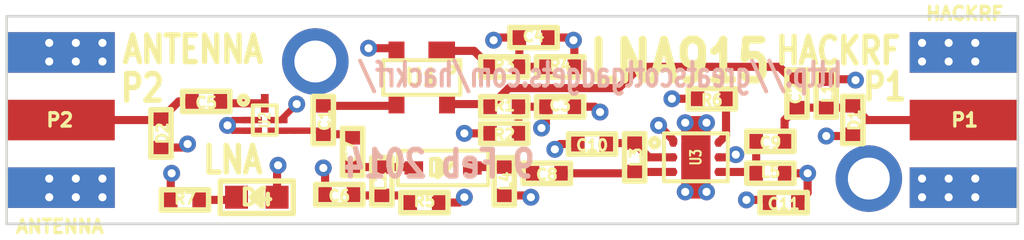
<source format=kicad_pcb>
(kicad_pcb (version 3) (host pcbnew "(2013-07-24 BZR 4024)-stable")

  (general
    (links 97)
    (no_connects 6)
    (area 124.5976 95.137423 163.4024 105.05496)
    (thickness 1.6)
    (drawings 14)
    (tracks 143)
    (zones 0)
    (modules 34)
    (nets 18)
  )

  (page A4)
  (layers
    (15 C1F signal)
    (2 C2 power)
    (1 C3 power)
    (0 C4B signal)
    (16 B.Adhes user)
    (17 F.Adhes user)
    (18 B.Paste user)
    (19 F.Paste user)
    (20 B.SilkS user)
    (21 F.SilkS user)
    (22 B.Mask user)
    (23 F.Mask user)
    (25 Cmts.User user)
    (28 Edge.Cuts user)
  )

  (setup
    (last_trace_width 0.3048)
    (user_trace_width 0.2032)
    (user_trace_width 0.24)
    (user_trace_width 0.3048)
    (trace_clearance 0.1524)
    (zone_clearance 0.254)
    (zone_45_only no)
    (trace_min 0.1524)
    (segment_width 0.2)
    (edge_width 0.1)
    (via_size 0.635)
    (via_drill 0.3048)
    (via_min_size 0.4572)
    (via_min_drill 0.254)
    (uvia_size 0.508)
    (uvia_drill 0.127)
    (uvias_allowed no)
    (uvia_min_size 0.4572)
    (uvia_min_drill 0.127)
    (pcb_text_width 0.3)
    (pcb_text_size 1.5 1.5)
    (mod_edge_width 0.15)
    (mod_text_size 1 1)
    (mod_text_width 0.15)
    (pad_size 2.5 2.5)
    (pad_drill 1.5748)
    (pad_to_mask_clearance 0.0762)
    (pad_to_paste_clearance_ratio -0.12)
    (aux_axis_origin 0 0)
    (visible_elements FFFFFBBF)
    (pcbplotparams
      (layerselection 284721159)
      (usegerberextensions true)
      (excludeedgelayer true)
      (linewidth 0.150000)
      (plotframeref false)
      (viasonmask false)
      (mode 1)
      (useauxorigin false)
      (hpglpennumber 1)
      (hpglpenspeed 20)
      (hpglpendiameter 15)
      (hpglpenoverlay 2)
      (psnegative false)
      (psa4output false)
      (plotreference false)
      (plotvalue false)
      (plotothertext true)
      (plotinvisibletext false)
      (padsonsilk false)
      (subtractmaskfromsilk false)
      (outputformat 1)
      (mirror false)
      (drillshape 0)
      (scaleselection 1)
      (outputdirectory gerbers))
  )

  (net 0 "")
  (net 1 GND)
  (net 2 N-0000010)
  (net 3 N-0000011)
  (net 4 N-0000012)
  (net 5 N-0000013)
  (net 6 N-0000014)
  (net 7 N-0000015)
  (net 8 N-0000016)
  (net 9 N-0000017)
  (net 10 N-000003)
  (net 11 N-000004)
  (net 12 N-000005)
  (net 13 N-000006)
  (net 14 N-000007)
  (net 15 N-000008)
  (net 16 N-000009)
  (net 17 VCC)

  (net_class Default "This is the default net class."
    (clearance 0.1524)
    (trace_width 0.1524)
    (via_dia 0.635)
    (via_drill 0.3048)
    (uvia_dia 0.508)
    (uvia_drill 0.127)
    (add_net "")
    (add_net GND)
    (add_net N-0000010)
    (add_net N-0000011)
    (add_net N-0000012)
    (add_net N-0000013)
    (add_net N-0000014)
    (add_net N-0000015)
    (add_net N-0000016)
    (add_net N-0000017)
    (add_net N-000003)
    (add_net N-000004)
    (add_net N-000005)
    (add_net N-000006)
    (add_net N-000007)
    (add_net N-000008)
    (add_net N-000009)
    (add_net VCC)
  )

  (module GSG-SOD323 (layer C1F) (tedit 52F6A9EE) (tstamp 52F6BFBE)
    (at 141.4 101.8)
    (path /52F440C5)
    (solder_mask_margin 0.1016)
    (fp_text reference D3 (at 0 0) (layer F.SilkS)
      (effects (font (size 0.6096 0.6096) (thickness 0.1524)))
    )
    (fp_text value PIN (at 0 0) (layer F.SilkS) hide
      (effects (font (size 0.6096 0.6096) (thickness 0.1524)))
    )
    (fp_line (start -1.7 -0.65) (end 1.7 -0.65) (layer F.SilkS) (width 0.15))
    (fp_line (start 1.7 -0.65) (end 1.7 0.65) (layer F.SilkS) (width 0.15))
    (fp_line (start 1.7 0.65) (end -1.7 0.65) (layer F.SilkS) (width 0.15))
    (fp_line (start -1.7 0.65) (end -1.7 -0.65) (layer F.SilkS) (width 0.15))
    (fp_line (start -0.0508 0.0762) (end -0.0508 -0.0762) (layer F.SilkS) (width 0.2032))
    (fp_line (start 0.2032 0) (end -0.2032 -0.3302) (layer F.SilkS) (width 0.2032))
    (fp_line (start -0.2032 -0.3302) (end -0.2032 0.3302) (layer F.SilkS) (width 0.2032))
    (fp_line (start -0.2032 0.3302) (end 0.2032 0) (layer F.SilkS) (width 0.2032))
    (pad 2 smd rect (at 1.1 0) (size 0.7 0.5)
      (layers C1F F.Paste F.Mask)
      (net 10 N-000003)
      (die_length 0.04572)
      (solder_mask_margin 0.1016)
      (clearance 0.1778)
    )
    (pad 1 smd rect (at -1.1 0) (size 0.7 0.5)
      (layers C1F F.Paste F.Mask)
      (net 15 N-000008)
      (die_length 0.08382)
      (solder_mask_margin 0.1016)
      (clearance 0.1778)
    )
  )

  (module GSG-F5Q (layer C1F) (tedit 52F6AFAA) (tstamp 52F6BFDE)
    (at 134.7 100 270)
    (path /52F44412)
    (fp_text reference U2 (at 0 0 270) (layer F.SilkS)
      (effects (font (size 0.39878 0.29972) (thickness 0.07493)))
    )
    (fp_text value SAW (at 0 0 270) (layer F.SilkS) hide
      (effects (font (size 0.39878 0.29972) (thickness 0.0762)))
    )
    (fp_line (start -0.55 -0.45) (end 0.55 -0.45) (layer F.SilkS) (width 0.15))
    (fp_line (start 0.55 -0.45) (end 0.55 0.45) (layer F.SilkS) (width 0.15))
    (fp_line (start 0.55 0.45) (end -0.55 0.45) (layer F.SilkS) (width 0.15))
    (fp_line (start -0.55 0.45) (end -0.55 -0.45) (layer F.SilkS) (width 0.15))
    (fp_circle (center -0.74958 0.8) (end -0.69878 0.8) (layer F.SilkS) (width 0.2032))
    (pad 1 smd rect (at -0.63 0 270) (size 0.7 0.29)
      (layers C1F F.Paste F.Mask)
      (net 3 N-0000011)
      (die_length 3.40614)
    )
    (pad 3 smd rect (at 0.4 0.48 270) (size 0.24 0.75)
      (layers C1F F.Paste F.Mask)
      (net 1 GND)
      (die_length -2147.483648)
    )
    (pad 4 smd rect (at 0.4 -0.48 270) (size 0.24 0.75)
      (layers C1F F.Paste F.Mask)
      (net 16 N-000009)
      (die_length -2147.483648)
    )
    (pad 2 smd rect (at 0 0.48 270) (size 0.24 0.75)
      (layers C1F F.Paste F.Mask)
      (net 1 GND)
      (die_length 3.40614)
    )
    (pad 5 smd rect (at 0 -0.48 270) (size 0.24 0.75)
      (layers C1F F.Paste F.Mask)
      (net 1 GND)
    )
  )

  (module GSG-0603D (layer C1F) (tedit 4CFF3010) (tstamp 52F6BFEC)
    (at 134.4 102.9 180)
    (path /52F51772)
    (solder_mask_margin 0.1016)
    (fp_text reference D4 (at 0 0 180) (layer F.SilkS)
      (effects (font (size 0.6096 0.6096) (thickness 0.1524)))
    )
    (fp_text value LNALED (at 0 0 180) (layer F.SilkS) hide
      (effects (font (size 0.6096 0.6096) (thickness 0.1524)))
    )
    (fp_line (start -0.0508 0.0762) (end -0.0508 -0.0762) (layer F.SilkS) (width 0.2032))
    (fp_line (start 0.2032 0) (end -0.2032 -0.3302) (layer F.SilkS) (width 0.2032))
    (fp_line (start -0.2032 -0.3302) (end -0.2032 0.3302) (layer F.SilkS) (width 0.2032))
    (fp_line (start -0.2032 0.3302) (end 0.2032 0) (layer F.SilkS) (width 0.2032))
    (fp_line (start 1.3716 -0.6096) (end -1.3716 -0.6096) (layer F.SilkS) (width 0.2032))
    (fp_line (start -1.3716 -0.6096) (end -1.3716 0.6096) (layer F.SilkS) (width 0.2032))
    (fp_line (start -1.3716 0.6096) (end 1.3716 0.6096) (layer F.SilkS) (width 0.2032))
    (fp_line (start 1.3716 0.6096) (end 1.3716 -0.6096) (layer F.SilkS) (width 0.2032))
    (pad 2 smd rect (at 0.762 0 180) (size 0.8636 0.8636)
      (layers C1F F.Paste F.Mask)
      (net 7 N-0000015)
      (die_length 0.04572)
      (solder_mask_margin 0.1016)
      (clearance 0.1778)
    )
    (pad 1 smd rect (at -0.762 0 180) (size 0.8636 0.8636)
      (layers C1F F.Paste F.Mask)
      (net 17 VCC)
      (die_length 0.08382)
      (solder_mask_margin 0.1016)
      (clearance 0.1778)
    )
  )

  (module GSG-0402 (layer C1F) (tedit 4FB6CFE4) (tstamp 52F6BFF6)
    (at 137.5 102.8)
    (path /52F69BA3)
    (solder_mask_margin 0.1016)
    (fp_text reference C6 (at 0 0.0508) (layer F.SilkS)
      (effects (font (size 0.4064 0.4064) (thickness 0.1016)))
    )
    (fp_text value 1nF (at 0 0.0508) (layer F.SilkS) hide
      (effects (font (size 0.4064 0.4064) (thickness 0.1016)))
    )
    (fp_line (start 0.889 -0.381) (end 0.889 0.381) (layer F.SilkS) (width 0.2032))
    (fp_line (start 0.889 0.381) (end -0.889 0.381) (layer F.SilkS) (width 0.2032))
    (fp_line (start -0.889 0.381) (end -0.889 -0.381) (layer F.SilkS) (width 0.2032))
    (fp_line (start -0.889 -0.381) (end 0.889 -0.381) (layer F.SilkS) (width 0.2032))
    (pad 2 smd rect (at 0.5334 0) (size 0.508 0.5588)
      (layers C1F F.Paste F.Mask)
      (net 2 N-0000010)
      (solder_mask_margin 0.1016)
    )
    (pad 1 smd rect (at -0.5334 0) (size 0.508 0.5588)
      (layers C1F F.Paste F.Mask)
      (net 1 GND)
      (die_length -2147.483648)
      (solder_mask_margin 0.1016)
    )
  )

  (module GSG-0402 (layer C1F) (tedit 4FB6CFE4) (tstamp 52F6C000)
    (at 143.7 100.5)
    (path /52F6A598)
    (solder_mask_margin 0.1016)
    (fp_text reference R2 (at 0 0.0508) (layer F.SilkS)
      (effects (font (size 0.4064 0.4064) (thickness 0.1016)))
    )
    (fp_text value 100k (at 0 0.0508) (layer F.SilkS) hide
      (effects (font (size 0.4064 0.4064) (thickness 0.1016)))
    )
    (fp_line (start 0.889 -0.381) (end 0.889 0.381) (layer F.SilkS) (width 0.2032))
    (fp_line (start 0.889 0.381) (end -0.889 0.381) (layer F.SilkS) (width 0.2032))
    (fp_line (start -0.889 0.381) (end -0.889 -0.381) (layer F.SilkS) (width 0.2032))
    (fp_line (start -0.889 -0.381) (end 0.889 -0.381) (layer F.SilkS) (width 0.2032))
    (pad 2 smd rect (at 0.5334 0) (size 0.508 0.5588)
      (layers C1F F.Paste F.Mask)
      (net 17 VCC)
      (solder_mask_margin 0.1016)
    )
    (pad 1 smd rect (at -0.5334 0) (size 0.508 0.5588)
      (layers C1F F.Paste F.Mask)
      (net 1 GND)
      (die_length -2147.483648)
      (solder_mask_margin 0.1016)
    )
  )

  (module GSG-0402 (layer C1F) (tedit 4FB6CFE4) (tstamp 52F6C00A)
    (at 138 101.2 270)
    (path /52F69E98)
    (solder_mask_margin 0.1016)
    (fp_text reference C7 (at 0 0.0508 270) (layer F.SilkS)
      (effects (font (size 0.4064 0.4064) (thickness 0.1016)))
    )
    (fp_text value 100pF (at 0 0.0508 270) (layer F.SilkS) hide
      (effects (font (size 0.4064 0.4064) (thickness 0.1016)))
    )
    (fp_line (start 0.889 -0.381) (end 0.889 0.381) (layer F.SilkS) (width 0.2032))
    (fp_line (start 0.889 0.381) (end -0.889 0.381) (layer F.SilkS) (width 0.2032))
    (fp_line (start -0.889 0.381) (end -0.889 -0.381) (layer F.SilkS) (width 0.2032))
    (fp_line (start -0.889 -0.381) (end 0.889 -0.381) (layer F.SilkS) (width 0.2032))
    (pad 2 smd rect (at 0.5334 0 270) (size 0.508 0.5588)
      (layers C1F F.Paste F.Mask)
      (net 15 N-000008)
      (solder_mask_margin 0.1016)
    )
    (pad 1 smd rect (at -0.5334 0 270) (size 0.508 0.5588)
      (layers C1F F.Paste F.Mask)
      (net 16 N-000009)
      (die_length -2147.483648)
      (solder_mask_margin 0.1016)
    )
  )

  (module GSG-0402 (layer C1F) (tedit 4FB6CFE4) (tstamp 52F6C014)
    (at 145.3 102)
    (path /52F69EB1)
    (solder_mask_margin 0.1016)
    (fp_text reference C8 (at 0 0.0508) (layer F.SilkS)
      (effects (font (size 0.4064 0.4064) (thickness 0.1016)))
    )
    (fp_text value 100pF (at 0 0.0508) (layer F.SilkS) hide
      (effects (font (size 0.4064 0.4064) (thickness 0.1016)))
    )
    (fp_line (start 0.889 -0.381) (end 0.889 0.381) (layer F.SilkS) (width 0.2032))
    (fp_line (start 0.889 0.381) (end -0.889 0.381) (layer F.SilkS) (width 0.2032))
    (fp_line (start -0.889 0.381) (end -0.889 -0.381) (layer F.SilkS) (width 0.2032))
    (fp_line (start -0.889 -0.381) (end 0.889 -0.381) (layer F.SilkS) (width 0.2032))
    (pad 2 smd rect (at 0.5334 0) (size 0.508 0.5588)
      (layers C1F F.Paste F.Mask)
      (net 8 N-0000016)
      (solder_mask_margin 0.1016)
    )
    (pad 1 smd rect (at -0.5334 0) (size 0.508 0.5588)
      (layers C1F F.Paste F.Mask)
      (net 10 N-000003)
      (die_length -2147.483648)
      (solder_mask_margin 0.1016)
    )
  )

  (module GSG-0402 (layer C1F) (tedit 4FB6CFE4) (tstamp 52F6C01E)
    (at 153.7 100.8)
    (path /52F69EBA)
    (solder_mask_margin 0.1016)
    (fp_text reference C9 (at 0 0.0508) (layer F.SilkS)
      (effects (font (size 0.4064 0.4064) (thickness 0.1016)))
    )
    (fp_text value 100pF (at 0 0.0508) (layer F.SilkS) hide
      (effects (font (size 0.4064 0.4064) (thickness 0.1016)))
    )
    (fp_line (start 0.889 -0.381) (end 0.889 0.381) (layer F.SilkS) (width 0.2032))
    (fp_line (start 0.889 0.381) (end -0.889 0.381) (layer F.SilkS) (width 0.2032))
    (fp_line (start -0.889 0.381) (end -0.889 -0.381) (layer F.SilkS) (width 0.2032))
    (fp_line (start -0.889 -0.381) (end 0.889 -0.381) (layer F.SilkS) (width 0.2032))
    (pad 2 smd rect (at 0.5334 0) (size 0.508 0.5588)
      (layers C1F F.Paste F.Mask)
      (net 5 N-0000013)
      (solder_mask_margin 0.1016)
    )
    (pad 1 smd rect (at -0.5334 0) (size 0.508 0.5588)
      (layers C1F F.Paste F.Mask)
      (net 6 N-0000014)
      (die_length -2147.483648)
      (solder_mask_margin 0.1016)
    )
  )

  (module GSG-0402 (layer C1F) (tedit 4FB6CFE4) (tstamp 52F6C028)
    (at 154.7 99 270)
    (path /52F69EC3)
    (solder_mask_margin 0.1016)
    (fp_text reference C2 (at 0 0.0508 270) (layer F.SilkS)
      (effects (font (size 0.4064 0.4064) (thickness 0.1016)))
    )
    (fp_text value 100pF (at 0 0.0508 270) (layer F.SilkS) hide
      (effects (font (size 0.4064 0.4064) (thickness 0.1016)))
    )
    (fp_line (start 0.889 -0.381) (end 0.889 0.381) (layer F.SilkS) (width 0.2032))
    (fp_line (start 0.889 0.381) (end -0.889 0.381) (layer F.SilkS) (width 0.2032))
    (fp_line (start -0.889 0.381) (end -0.889 -0.381) (layer F.SilkS) (width 0.2032))
    (fp_line (start -0.889 -0.381) (end 0.889 -0.381) (layer F.SilkS) (width 0.2032))
    (pad 2 smd rect (at 0.5334 0 270) (size 0.508 0.5588)
      (layers C1F F.Paste F.Mask)
      (net 5 N-0000013)
      (solder_mask_margin 0.1016)
    )
    (pad 1 smd rect (at -0.5334 0 270) (size 0.508 0.5588)
      (layers C1F F.Paste F.Mask)
      (net 12 N-000005)
      (die_length -2147.483648)
      (solder_mask_margin 0.1016)
    )
  )

  (module GSG-0402 (layer C1F) (tedit 4FB6CFE4) (tstamp 52F6C032)
    (at 136.9 100 90)
    (path /52F69ECC)
    (solder_mask_margin 0.1016)
    (fp_text reference C1 (at 0 0.0508 90) (layer F.SilkS)
      (effects (font (size 0.4064 0.4064) (thickness 0.1016)))
    )
    (fp_text value 100pF (at 0 0.0508 90) (layer F.SilkS) hide
      (effects (font (size 0.4064 0.4064) (thickness 0.1016)))
    )
    (fp_line (start 0.889 -0.381) (end 0.889 0.381) (layer F.SilkS) (width 0.2032))
    (fp_line (start 0.889 0.381) (end -0.889 0.381) (layer F.SilkS) (width 0.2032))
    (fp_line (start -0.889 0.381) (end -0.889 -0.381) (layer F.SilkS) (width 0.2032))
    (fp_line (start -0.889 -0.381) (end 0.889 -0.381) (layer F.SilkS) (width 0.2032))
    (pad 2 smd rect (at 0.5334 0 90) (size 0.508 0.5588)
      (layers C1F F.Paste F.Mask)
      (net 11 N-000004)
      (solder_mask_margin 0.1016)
    )
    (pad 1 smd rect (at -0.5334 0 90) (size 0.508 0.5588)
      (layers C1F F.Paste F.Mask)
      (net 16 N-000009)
      (die_length -2147.483648)
      (solder_mask_margin 0.1016)
    )
  )

  (module GSG-0402 (layer C1F) (tedit 4FB6CFE4) (tstamp 52F6C03C)
    (at 154.2 103.1)
    (path /52F69F2A)
    (solder_mask_margin 0.1016)
    (fp_text reference C11 (at 0 0.0508) (layer F.SilkS)
      (effects (font (size 0.4064 0.4064) (thickness 0.1016)))
    )
    (fp_text value 1uF (at 0 0.0508) (layer F.SilkS) hide
      (effects (font (size 0.4064 0.4064) (thickness 0.1016)))
    )
    (fp_line (start 0.889 -0.381) (end 0.889 0.381) (layer F.SilkS) (width 0.2032))
    (fp_line (start 0.889 0.381) (end -0.889 0.381) (layer F.SilkS) (width 0.2032))
    (fp_line (start -0.889 0.381) (end -0.889 -0.381) (layer F.SilkS) (width 0.2032))
    (fp_line (start -0.889 -0.381) (end 0.889 -0.381) (layer F.SilkS) (width 0.2032))
    (pad 2 smd rect (at 0.5334 0) (size 0.508 0.5588)
      (layers C1F F.Paste F.Mask)
      (net 17 VCC)
      (solder_mask_margin 0.1016)
    )
    (pad 1 smd rect (at -0.5334 0) (size 0.508 0.5588)
      (layers C1F F.Paste F.Mask)
      (net 1 GND)
      (die_length -2147.483648)
      (solder_mask_margin 0.1016)
    )
  )

  (module GSG-0402 (layer C1F) (tedit 4FB6CFE4) (tstamp 52F6C046)
    (at 130.8 100.5 90)
    (path /52F69FCE)
    (solder_mask_margin 0.1016)
    (fp_text reference D2 (at 0 0.0508 90) (layer F.SilkS)
      (effects (font (size 0.4064 0.4064) (thickness 0.1016)))
    )
    (fp_text value GSG-DIODE-TVS-BI (at 0 0.0508 90) (layer F.SilkS) hide
      (effects (font (size 0.4064 0.4064) (thickness 0.1016)))
    )
    (fp_line (start 0.889 -0.381) (end 0.889 0.381) (layer F.SilkS) (width 0.2032))
    (fp_line (start 0.889 0.381) (end -0.889 0.381) (layer F.SilkS) (width 0.2032))
    (fp_line (start -0.889 0.381) (end -0.889 -0.381) (layer F.SilkS) (width 0.2032))
    (fp_line (start -0.889 -0.381) (end 0.889 -0.381) (layer F.SilkS) (width 0.2032))
    (pad 2 smd rect (at 0.5334 0 90) (size 0.508 0.5588)
      (layers C1F F.Paste F.Mask)
      (net 14 N-000007)
      (solder_mask_margin 0.1016)
    )
    (pad 1 smd rect (at -0.5334 0 90) (size 0.508 0.5588)
      (layers C1F F.Paste F.Mask)
      (net 1 GND)
      (die_length -2147.483648)
      (solder_mask_margin 0.1016)
    )
  )

  (module GSG-0402 (layer C1F) (tedit 4FB6CFE4) (tstamp 52F6C050)
    (at 140.7 103.1 180)
    (path /52F6A21F)
    (solder_mask_margin 0.1016)
    (fp_text reference R5 (at 0 0.0508 180) (layer F.SilkS)
      (effects (font (size 0.4064 0.4064) (thickness 0.1016)))
    )
    (fp_text value 470 (at 0 0.0508 180) (layer F.SilkS) hide
      (effects (font (size 0.4064 0.4064) (thickness 0.1016)))
    )
    (fp_line (start 0.889 -0.381) (end 0.889 0.381) (layer F.SilkS) (width 0.2032))
    (fp_line (start 0.889 0.381) (end -0.889 0.381) (layer F.SilkS) (width 0.2032))
    (fp_line (start -0.889 0.381) (end -0.889 -0.381) (layer F.SilkS) (width 0.2032))
    (fp_line (start -0.889 -0.381) (end 0.889 -0.381) (layer F.SilkS) (width 0.2032))
    (pad 2 smd rect (at 0.5334 0 180) (size 0.508 0.5588)
      (layers C1F F.Paste F.Mask)
      (net 2 N-0000010)
      (solder_mask_margin 0.1016)
    )
    (pad 1 smd rect (at -0.5334 0 180) (size 0.508 0.5588)
      (layers C1F F.Paste F.Mask)
      (net 17 VCC)
      (die_length -2147.483648)
      (solder_mask_margin 0.1016)
    )
  )

  (module GSG-0402 (layer C1F) (tedit 4FB6CFE4) (tstamp 52F6C05A)
    (at 144.8 96.9 180)
    (path /52F6A3F1)
    (solder_mask_margin 0.1016)
    (fp_text reference C4 (at 0 0.0508 180) (layer F.SilkS)
      (effects (font (size 0.4064 0.4064) (thickness 0.1016)))
    )
    (fp_text value 1nF (at 0 0.0508 180) (layer F.SilkS) hide
      (effects (font (size 0.4064 0.4064) (thickness 0.1016)))
    )
    (fp_line (start 0.889 -0.381) (end 0.889 0.381) (layer F.SilkS) (width 0.2032))
    (fp_line (start 0.889 0.381) (end -0.889 0.381) (layer F.SilkS) (width 0.2032))
    (fp_line (start -0.889 0.381) (end -0.889 -0.381) (layer F.SilkS) (width 0.2032))
    (fp_line (start -0.889 -0.381) (end 0.889 -0.381) (layer F.SilkS) (width 0.2032))
    (pad 2 smd rect (at 0.5334 0 180) (size 0.508 0.5588)
      (layers C1F F.Paste F.Mask)
      (net 17 VCC)
      (solder_mask_margin 0.1016)
    )
    (pad 1 smd rect (at -0.5334 0 180) (size 0.508 0.5588)
      (layers C1F F.Paste F.Mask)
      (net 1 GND)
      (die_length -2147.483648)
      (solder_mask_margin 0.1016)
    )
  )

  (module GSG-0402 (layer C1F) (tedit 4FB6CFE4) (tstamp 52F6D546)
    (at 145.8 99.5 180)
    (path /52F6A40A)
    (solder_mask_margin 0.1016)
    (fp_text reference C3 (at 0 0.0508 180) (layer F.SilkS)
      (effects (font (size 0.4064 0.4064) (thickness 0.1016)))
    )
    (fp_text value 1nF (at 0 0.0508 180) (layer F.SilkS) hide
      (effects (font (size 0.4064 0.4064) (thickness 0.1016)))
    )
    (fp_line (start 0.889 -0.381) (end 0.889 0.381) (layer F.SilkS) (width 0.2032))
    (fp_line (start 0.889 0.381) (end -0.889 0.381) (layer F.SilkS) (width 0.2032))
    (fp_line (start -0.889 0.381) (end -0.889 -0.381) (layer F.SilkS) (width 0.2032))
    (fp_line (start -0.889 -0.381) (end 0.889 -0.381) (layer F.SilkS) (width 0.2032))
    (pad 2 smd rect (at 0.5334 0 180) (size 0.508 0.5588)
      (layers C1F F.Paste F.Mask)
      (net 17 VCC)
      (solder_mask_margin 0.1016)
    )
    (pad 1 smd rect (at -0.5334 0 180) (size 0.508 0.5588)
      (layers C1F F.Paste F.Mask)
      (net 1 GND)
      (die_length -2147.483648)
      (solder_mask_margin 0.1016)
    )
  )

  (module GSG-0402 (layer C1F) (tedit 4FB6CFE4) (tstamp 52F6C06E)
    (at 139.1 102.3 270)
    (path /52F69884)
    (solder_mask_margin 0.1016)
    (fp_text reference L2 (at 0 0.0508 270) (layer F.SilkS)
      (effects (font (size 0.4064 0.4064) (thickness 0.1016)))
    )
    (fp_text value 39nH (at 0 0.0508 270) (layer F.SilkS) hide
      (effects (font (size 0.4064 0.4064) (thickness 0.1016)))
    )
    (fp_line (start 0.889 -0.381) (end 0.889 0.381) (layer F.SilkS) (width 0.2032))
    (fp_line (start 0.889 0.381) (end -0.889 0.381) (layer F.SilkS) (width 0.2032))
    (fp_line (start -0.889 0.381) (end -0.889 -0.381) (layer F.SilkS) (width 0.2032))
    (fp_line (start -0.889 -0.381) (end 0.889 -0.381) (layer F.SilkS) (width 0.2032))
    (pad 2 smd rect (at 0.5334 0 270) (size 0.508 0.5588)
      (layers C1F F.Paste F.Mask)
      (net 2 N-0000010)
      (solder_mask_margin 0.1016)
    )
    (pad 1 smd rect (at -0.5334 0 270) (size 0.508 0.5588)
      (layers C1F F.Paste F.Mask)
      (net 15 N-000008)
      (die_length -2147.483648)
      (solder_mask_margin 0.1016)
    )
  )

  (module GSG-0402 (layer C1F) (tedit 4FB6CFE4) (tstamp 52F6C078)
    (at 143.7 102.3 90)
    (path /52F6975B)
    (solder_mask_margin 0.1016)
    (fp_text reference L4 (at 0 0.0508 90) (layer F.SilkS)
      (effects (font (size 0.4064 0.4064) (thickness 0.1016)))
    )
    (fp_text value 39nH (at 0 0.0508 90) (layer F.SilkS) hide
      (effects (font (size 0.4064 0.4064) (thickness 0.1016)))
    )
    (fp_line (start 0.889 -0.381) (end 0.889 0.381) (layer F.SilkS) (width 0.2032))
    (fp_line (start 0.889 0.381) (end -0.889 0.381) (layer F.SilkS) (width 0.2032))
    (fp_line (start -0.889 0.381) (end -0.889 -0.381) (layer F.SilkS) (width 0.2032))
    (fp_line (start -0.889 -0.381) (end 0.889 -0.381) (layer F.SilkS) (width 0.2032))
    (pad 2 smd rect (at 0.5334 0 90) (size 0.508 0.5588)
      (layers C1F F.Paste F.Mask)
      (net 10 N-000003)
      (solder_mask_margin 0.1016)
    )
    (pad 1 smd rect (at -0.5334 0 90) (size 0.508 0.5588)
      (layers C1F F.Paste F.Mask)
      (net 1 GND)
      (die_length -2147.483648)
      (solder_mask_margin 0.1016)
    )
  )

  (module GSG-0402 (layer C1F) (tedit 4FB6CFE4) (tstamp 52F6D5E2)
    (at 145.8 98 180)
    (path /52F69223)
    (solder_mask_margin 0.1016)
    (fp_text reference R4 (at 0 0.0508 180) (layer F.SilkS)
      (effects (font (size 0.4064 0.4064) (thickness 0.1016)))
    )
    (fp_text value 100k (at 0 0.0508 180) (layer F.SilkS) hide
      (effects (font (size 0.4064 0.4064) (thickness 0.1016)))
    )
    (fp_line (start 0.889 -0.381) (end 0.889 0.381) (layer F.SilkS) (width 0.2032))
    (fp_line (start 0.889 0.381) (end -0.889 0.381) (layer F.SilkS) (width 0.2032))
    (fp_line (start -0.889 0.381) (end -0.889 -0.381) (layer F.SilkS) (width 0.2032))
    (fp_line (start -0.889 -0.381) (end 0.889 -0.381) (layer F.SilkS) (width 0.2032))
    (pad 2 smd rect (at 0.5334 0 180) (size 0.508 0.5588)
      (layers C1F F.Paste F.Mask)
      (net 17 VCC)
      (solder_mask_margin 0.1016)
    )
    (pad 1 smd rect (at -0.5334 0 180) (size 0.508 0.5588)
      (layers C1F F.Paste F.Mask)
      (net 1 GND)
      (die_length -2147.483648)
      (solder_mask_margin 0.1016)
    )
  )

  (module GSG-0402 (layer C1F) (tedit 4FB6CFE4) (tstamp 52F6C08C)
    (at 143.7 98 180)
    (path /52F6921D)
    (solder_mask_margin 0.1016)
    (fp_text reference R3 (at 0 0.0508 180) (layer F.SilkS)
      (effects (font (size 0.4064 0.4064) (thickness 0.1016)))
    )
    (fp_text value 4k7 (at 0 0.0508 180) (layer F.SilkS) hide
      (effects (font (size 0.4064 0.4064) (thickness 0.1016)))
    )
    (fp_line (start 0.889 -0.381) (end 0.889 0.381) (layer F.SilkS) (width 0.2032))
    (fp_line (start 0.889 0.381) (end -0.889 0.381) (layer F.SilkS) (width 0.2032))
    (fp_line (start -0.889 0.381) (end -0.889 -0.381) (layer F.SilkS) (width 0.2032))
    (fp_line (start -0.889 -0.381) (end 0.889 -0.381) (layer F.SilkS) (width 0.2032))
    (pad 2 smd rect (at 0.5334 0 180) (size 0.508 0.5588)
      (layers C1F F.Paste F.Mask)
      (net 13 N-000006)
      (solder_mask_margin 0.1016)
    )
    (pad 1 smd rect (at -0.5334 0 180) (size 0.508 0.5588)
      (layers C1F F.Paste F.Mask)
      (net 17 VCC)
      (die_length -2147.483648)
      (solder_mask_margin 0.1016)
    )
  )

  (module GSG-0402 (layer C1F) (tedit 4FB6CFE4) (tstamp 52F6C096)
    (at 143.7 99.5 180)
    (path /52F6905B)
    (solder_mask_margin 0.1016)
    (fp_text reference R1 (at 0 0.0508 180) (layer F.SilkS)
      (effects (font (size 0.4064 0.4064) (thickness 0.1016)))
    )
    (fp_text value 47k (at 0 0.0508 180) (layer F.SilkS) hide
      (effects (font (size 0.4064 0.4064) (thickness 0.1016)))
    )
    (fp_line (start 0.889 -0.381) (end 0.889 0.381) (layer F.SilkS) (width 0.2032))
    (fp_line (start 0.889 0.381) (end -0.889 0.381) (layer F.SilkS) (width 0.2032))
    (fp_line (start -0.889 0.381) (end -0.889 -0.381) (layer F.SilkS) (width 0.2032))
    (fp_line (start -0.889 -0.381) (end 0.889 -0.381) (layer F.SilkS) (width 0.2032))
    (pad 2 smd rect (at 0.5334 0 180) (size 0.508 0.5588)
      (layers C1F F.Paste F.Mask)
      (net 12 N-000005)
      (solder_mask_margin 0.1016)
    )
    (pad 1 smd rect (at -0.5334 0 180) (size 0.508 0.5588)
      (layers C1F F.Paste F.Mask)
      (net 17 VCC)
      (die_length -2147.483648)
      (solder_mask_margin 0.1016)
    )
  )

  (module GSG-0402 (layer C1F) (tedit 4FB6CFE4) (tstamp 52F6C0A0)
    (at 131.7 103 180)
    (path /52F68CBB)
    (solder_mask_margin 0.1016)
    (fp_text reference R7 (at 0 0.0508 180) (layer F.SilkS)
      (effects (font (size 0.4064 0.4064) (thickness 0.1016)))
    )
    (fp_text value 470 (at 0 0.0508 180) (layer F.SilkS) hide
      (effects (font (size 0.4064 0.4064) (thickness 0.1016)))
    )
    (fp_line (start 0.889 -0.381) (end 0.889 0.381) (layer F.SilkS) (width 0.2032))
    (fp_line (start 0.889 0.381) (end -0.889 0.381) (layer F.SilkS) (width 0.2032))
    (fp_line (start -0.889 0.381) (end -0.889 -0.381) (layer F.SilkS) (width 0.2032))
    (fp_line (start -0.889 -0.381) (end 0.889 -0.381) (layer F.SilkS) (width 0.2032))
    (pad 2 smd rect (at 0.5334 0 180) (size 0.508 0.5588)
      (layers C1F F.Paste F.Mask)
      (net 1 GND)
      (solder_mask_margin 0.1016)
    )
    (pad 1 smd rect (at -0.5334 0 180) (size 0.508 0.5588)
      (layers C1F F.Paste F.Mask)
      (net 7 N-0000015)
      (die_length -2147.483648)
      (solder_mask_margin 0.1016)
    )
  )

  (module GSG-0402 (layer C1F) (tedit 4FB6CFE4) (tstamp 52F6C0AA)
    (at 155.8 99 90)
    (path /52F68C64)
    (solder_mask_margin 0.1016)
    (fp_text reference L1 (at 0 0.0508 90) (layer F.SilkS)
      (effects (font (size 0.4064 0.4064) (thickness 0.1016)))
    )
    (fp_text value 39nH (at 0 0.0508 90) (layer F.SilkS) hide
      (effects (font (size 0.4064 0.4064) (thickness 0.1016)))
    )
    (fp_line (start 0.889 -0.381) (end 0.889 0.381) (layer F.SilkS) (width 0.2032))
    (fp_line (start 0.889 0.381) (end -0.889 0.381) (layer F.SilkS) (width 0.2032))
    (fp_line (start -0.889 0.381) (end -0.889 -0.381) (layer F.SilkS) (width 0.2032))
    (fp_line (start -0.889 -0.381) (end 0.889 -0.381) (layer F.SilkS) (width 0.2032))
    (pad 2 smd rect (at 0.5334 0 90) (size 0.508 0.5588)
      (layers C1F F.Paste F.Mask)
      (net 17 VCC)
      (solder_mask_margin 0.1016)
    )
    (pad 1 smd rect (at -0.5334 0 90) (size 0.508 0.5588)
      (layers C1F F.Paste F.Mask)
      (net 5 N-0000013)
      (die_length -2147.483648)
      (solder_mask_margin 0.1016)
    )
  )

  (module GSG-0402 (layer C1F) (tedit 4FB6CFE4) (tstamp 52F6C0B4)
    (at 148.6 101.4 90)
    (path /52F68C24)
    (solder_mask_margin 0.1016)
    (fp_text reference L3 (at 0 0.0508 90) (layer F.SilkS)
      (effects (font (size 0.4064 0.4064) (thickness 0.1016)))
    )
    (fp_text value 39nH (at 0 0.0508 90) (layer F.SilkS) hide
      (effects (font (size 0.4064 0.4064) (thickness 0.1016)))
    )
    (fp_line (start 0.889 -0.381) (end 0.889 0.381) (layer F.SilkS) (width 0.2032))
    (fp_line (start 0.889 0.381) (end -0.889 0.381) (layer F.SilkS) (width 0.2032))
    (fp_line (start -0.889 0.381) (end -0.889 -0.381) (layer F.SilkS) (width 0.2032))
    (fp_line (start -0.889 -0.381) (end 0.889 -0.381) (layer F.SilkS) (width 0.2032))
    (pad 2 smd rect (at 0.5334 0 90) (size 0.508 0.5588)
      (layers C1F F.Paste F.Mask)
      (net 9 N-0000017)
      (solder_mask_margin 0.1016)
    )
    (pad 1 smd rect (at -0.5334 0 90) (size 0.508 0.5588)
      (layers C1F F.Paste F.Mask)
      (net 8 N-0000016)
      (die_length -2147.483648)
      (solder_mask_margin 0.1016)
    )
  )

  (module GSG-0402 (layer C1F) (tedit 4FB6CFE4) (tstamp 52F6C0BE)
    (at 147 100.9)
    (path /52F68A00)
    (solder_mask_margin 0.1016)
    (fp_text reference C10 (at 0 0.0508) (layer F.SilkS)
      (effects (font (size 0.4064 0.4064) (thickness 0.1016)))
    )
    (fp_text value 1uF (at 0 0.0508) (layer F.SilkS) hide
      (effects (font (size 0.4064 0.4064) (thickness 0.1016)))
    )
    (fp_line (start 0.889 -0.381) (end 0.889 0.381) (layer F.SilkS) (width 0.2032))
    (fp_line (start 0.889 0.381) (end -0.889 0.381) (layer F.SilkS) (width 0.2032))
    (fp_line (start -0.889 0.381) (end -0.889 -0.381) (layer F.SilkS) (width 0.2032))
    (fp_line (start -0.889 -0.381) (end 0.889 -0.381) (layer F.SilkS) (width 0.2032))
    (pad 2 smd rect (at 0.5334 0) (size 0.508 0.5588)
      (layers C1F F.Paste F.Mask)
      (net 9 N-0000017)
      (solder_mask_margin 0.1016)
    )
    (pad 1 smd rect (at -0.5334 0) (size 0.508 0.5588)
      (layers C1F F.Paste F.Mask)
      (net 1 GND)
      (die_length -2147.483648)
      (solder_mask_margin 0.1016)
    )
  )

  (module GSG-0402 (layer C1F) (tedit 4FB6CFE4) (tstamp 52F6C0C8)
    (at 153.7 102 180)
    (path /52F688CD)
    (solder_mask_margin 0.1016)
    (fp_text reference L5 (at 0 0.0508 180) (layer F.SilkS)
      (effects (font (size 0.4064 0.4064) (thickness 0.1016)))
    )
    (fp_text value 39nH (at 0 0.0508 180) (layer F.SilkS) hide
      (effects (font (size 0.4064 0.4064) (thickness 0.1016)))
    )
    (fp_line (start 0.889 -0.381) (end 0.889 0.381) (layer F.SilkS) (width 0.2032))
    (fp_line (start 0.889 0.381) (end -0.889 0.381) (layer F.SilkS) (width 0.2032))
    (fp_line (start -0.889 0.381) (end -0.889 -0.381) (layer F.SilkS) (width 0.2032))
    (fp_line (start -0.889 -0.381) (end 0.889 -0.381) (layer F.SilkS) (width 0.2032))
    (pad 2 smd rect (at 0.5334 0 180) (size 0.508 0.5588)
      (layers C1F F.Paste F.Mask)
      (net 6 N-0000014)
      (solder_mask_margin 0.1016)
    )
    (pad 1 smd rect (at -0.5334 0 180) (size 0.508 0.5588)
      (layers C1F F.Paste F.Mask)
      (net 17 VCC)
      (die_length -2147.483648)
      (solder_mask_margin 0.1016)
    )
  )

  (module GSG-0402 (layer C1F) (tedit 4FB6CFE4) (tstamp 52F6C0D2)
    (at 151.5 99.2)
    (path /52F68800)
    (solder_mask_margin 0.1016)
    (fp_text reference R6 (at 0 0.0508) (layer F.SilkS)
      (effects (font (size 0.4064 0.4064) (thickness 0.1016)))
    )
    (fp_text value 3k (at 0 0.0508) (layer F.SilkS) hide
      (effects (font (size 0.4064 0.4064) (thickness 0.1016)))
    )
    (fp_line (start 0.889 -0.381) (end 0.889 0.381) (layer F.SilkS) (width 0.2032))
    (fp_line (start 0.889 0.381) (end -0.889 0.381) (layer F.SilkS) (width 0.2032))
    (fp_line (start -0.889 0.381) (end -0.889 -0.381) (layer F.SilkS) (width 0.2032))
    (fp_line (start -0.889 -0.381) (end 0.889 -0.381) (layer F.SilkS) (width 0.2032))
    (pad 2 smd rect (at 0.5334 0) (size 0.508 0.5588)
      (layers C1F F.Paste F.Mask)
      (net 4 N-0000012)
      (solder_mask_margin 0.1016)
    )
    (pad 1 smd rect (at -0.5334 0) (size 0.508 0.5588)
      (layers C1F F.Paste F.Mask)
      (net 17 VCC)
      (die_length -2147.483648)
      (solder_mask_margin 0.1016)
    )
  )

  (module GSG-0402 (layer C1F) (tedit 4FB6CFE4) (tstamp 52F6C0DC)
    (at 132.5 99.3)
    (path /52F44170)
    (solder_mask_margin 0.1016)
    (fp_text reference C5 (at 0 0.0508) (layer F.SilkS)
      (effects (font (size 0.4064 0.4064) (thickness 0.1016)))
    )
    (fp_text value 100pF (at 0 0.0508) (layer F.SilkS) hide
      (effects (font (size 0.4064 0.4064) (thickness 0.1016)))
    )
    (fp_line (start 0.889 -0.381) (end 0.889 0.381) (layer F.SilkS) (width 0.2032))
    (fp_line (start 0.889 0.381) (end -0.889 0.381) (layer F.SilkS) (width 0.2032))
    (fp_line (start -0.889 0.381) (end -0.889 -0.381) (layer F.SilkS) (width 0.2032))
    (fp_line (start -0.889 -0.381) (end 0.889 -0.381) (layer F.SilkS) (width 0.2032))
    (pad 2 smd rect (at 0.5334 0) (size 0.508 0.5588)
      (layers C1F F.Paste F.Mask)
      (net 3 N-0000011)
      (solder_mask_margin 0.1016)
    )
    (pad 1 smd rect (at -0.5334 0) (size 0.508 0.5588)
      (layers C1F F.Paste F.Mask)
      (net 14 N-000007)
      (die_length -2147.483648)
      (solder_mask_margin 0.1016)
    )
  )

  (module GSG-0402 (layer C1F) (tedit 4FB6CFE4) (tstamp 52F6C0E6)
    (at 156.8 100 90)
    (path /52F44107)
    (solder_mask_margin 0.1016)
    (fp_text reference D1 (at 0 0.0508 90) (layer F.SilkS)
      (effects (font (size 0.4064 0.4064) (thickness 0.1016)))
    )
    (fp_text value GSG-DIODE-TVS-BI (at 0 0.0508 90) (layer F.SilkS) hide
      (effects (font (size 0.4064 0.4064) (thickness 0.1016)))
    )
    (fp_line (start 0.889 -0.381) (end 0.889 0.381) (layer F.SilkS) (width 0.2032))
    (fp_line (start 0.889 0.381) (end -0.889 0.381) (layer F.SilkS) (width 0.2032))
    (fp_line (start -0.889 0.381) (end -0.889 -0.381) (layer F.SilkS) (width 0.2032))
    (fp_line (start -0.889 -0.381) (end 0.889 -0.381) (layer F.SilkS) (width 0.2032))
    (pad 2 smd rect (at 0.5334 0 90) (size 0.508 0.5588)
      (layers C1F F.Paste F.Mask)
      (net 5 N-0000013)
      (solder_mask_margin 0.1016)
    )
    (pad 1 smd rect (at -0.5334 0 90) (size 0.508 0.5588)
      (layers C1F F.Paste F.Mask)
      (net 1 GND)
      (die_length -2147.483648)
      (solder_mask_margin 0.1016)
    )
  )

  (module GSG-SOT143 (layer C1F) (tedit 52F6BF63) (tstamp 52F6BF98)
    (at 140.6 98.4 180)
    (path /52F68FC4)
    (solder_mask_margin 0.1016)
    (fp_text reference U1 (at 0 0 180) (layer F.SilkS)
      (effects (font (size 0.6096 0.6096) (thickness 0.1524)))
    )
    (fp_text value SWITCH (at 0 0 180) (layer F.SilkS) hide
      (effects (font (size 0.6096 0.6096) (thickness 0.1524)))
    )
    (fp_circle (center -1.1 0.3) (end -1.15 0.3) (layer F.SilkS) (width 0.15))
    (fp_line (start -1.45 -0.65) (end 1.45 -0.65) (layer F.SilkS) (width 0.15))
    (fp_line (start 1.45 -0.65) (end 1.45 0.65) (layer F.SilkS) (width 0.15))
    (fp_line (start 1.45 0.65) (end -1.45 0.65) (layer F.SilkS) (width 0.15))
    (fp_line (start -1.45 0.65) (end -1.45 -0.65) (layer F.SilkS) (width 0.15))
    (pad 2 smd rect (at 0.95 1 180) (size 0.6 0.7)
      (layers C1F F.Paste F.Mask)
      (net 1 GND)
      (die_length 0.04572)
      (solder_mask_margin 0.1016)
      (clearance 0.1778)
    )
    (pad 1 smd rect (at -0.75 1 180) (size 1 0.7)
      (layers C1F F.Paste F.Mask)
      (net 13 N-000006)
      (die_length 0.08382)
      (solder_mask_margin 0.1016)
      (clearance 0.1778)
    )
    (pad 3 smd rect (at 0.95 -1 180) (size 0.6 0.7)
      (layers C1F F.Paste F.Mask)
      (net 11 N-000004)
    )
    (pad 4 smd rect (at -0.95 -1 180) (size 0.6 0.7)
      (layers C1F F.Paste F.Mask)
      (net 12 N-000005)
    )
  )

  (module GSG-TSLP-7-1 (layer C1F) (tedit 52F6B3C4) (tstamp 52F6BFB0)
    (at 150.9 101.4 270)
    (path /52F68792)
    (fp_text reference U3 (at 0 0 270) (layer F.SilkS)
      (effects (font (size 0.39878 0.29972) (thickness 0.07493)))
    )
    (fp_text value LNA (at 0 0 270) (layer F.SilkS) hide
      (effects (font (size 0.39878 0.29972) (thickness 0.0762)))
    )
    (fp_line (start -0.9 -1.2) (end 0.9 -1.2) (layer F.SilkS) (width 0.15))
    (fp_line (start 0.9 -1.2) (end 0.9 1.2) (layer F.SilkS) (width 0.15))
    (fp_line (start 0.9 1.2) (end -0.9 1.2) (layer F.SilkS) (width 0.15))
    (fp_line (start -0.9 1.2) (end -0.9 -1.2) (layer F.SilkS) (width 0.15))
    (fp_circle (center -0.54958 1.55) (end -0.49878 1.55) (layer F.SilkS) (width 0.2032))
    (pad 1 smd rect (at -0.55 0.85 270) (size 0.3 0.2)
      (layers C1F F.Paste F.Mask)
      (net 17 VCC)
      (die_length 3.40614)
    )
    (pad 2 smd rect (at 0 0.85 270) (size 0.3 0.2)
      (layers C1F F.Paste F.Mask)
      (net 9 N-0000017)
    )
    (pad 3 smd rect (at 0.55 0.85 270) (size 0.3 0.2)
      (layers C1F F.Paste F.Mask)
      (net 8 N-0000016)
    )
    (pad 4 smd rect (at 0.55 -0.85 270) (size 0.3 0.2)
      (layers C1F F.Paste F.Mask)
      (net 6 N-0000014)
    )
    (pad 5 smd rect (at 0 -0.85 270) (size 0.3 0.2)
      (layers C1F F.Paste F.Mask)
      (net 17 VCC)
    )
    (pad 6 smd rect (at -0.55 -0.85 270) (size 0.3 0.2)
      (layers C1F F.Paste F.Mask)
      (net 4 N-0000012)
    )
    (pad 7 smd rect (at -0.55 0 270) (size 0.3 0.2)
      (layers C1F F.Paste F.Mask)
      (net 1 GND)
    )
    (pad 7 smd rect (at 0 0 270) (size 0.3 0.2)
      (layers C1F F.Paste F.Mask)
      (net 1 GND)
    )
    (pad 7 smd rect (at 0.55 0 270) (size 0.3 0.2)
      (layers C1F F.Paste F.Mask)
      (net 1 GND)
    )
    (pad 7 smd rect (at -0.55 -0.425 270) (size 0.3 0.2)
      (layers C1F F.Paste F.Mask)
      (net 1 GND)
    )
    (pad 7 smd rect (at 0 -0.425 270) (size 0.3 0.2)
      (layers C1F F.Paste F.Mask)
      (net 1 GND)
    )
    (pad 7 smd rect (at 0.55 -0.425 270) (size 0.3 0.2)
      (layers C1F F.Paste F.Mask)
      (net 1 GND)
    )
    (pad 7 smd rect (at 0.55 0.425 270) (size 0.3 0.2)
      (layers C1F F.Paste F.Mask)
      (net 1 GND)
    )
    (pad 7 smd rect (at 0 0.425 270) (size 0.3 0.2)
      (layers C1F F.Paste F.Mask)
      (net 1 GND)
    )
    (pad 7 smd rect (at -0.55 0.425 270) (size 0.3 0.2)
      (layers C1F F.Paste F.Mask)
      (net 1 GND)
    )
  )

  (module GSG-SMA-EDGE (layer C1F) (tedit 52F6E1D6) (tstamp 52F6BFD0)
    (at 125 100)
    (path /52F6A116)
    (fp_text reference P2 (at 1.99898 0) (layer F.SilkS)
      (effects (font (size 0.50038 0.50038) (thickness 0.12446)))
    )
    (fp_text value ANTENNA (at 1.99898 4.0005) (layer F.SilkS)
      (effects (font (size 0.50038 0.50038) (thickness 0.12446)))
    )
    (pad 1 smd rect (at 2.032 0) (size 4.064 1.524)
      (layers C1F F.Mask)
      (net 14 N-000007)
      (die_length -2147.483648)
    )
    (pad 2 smd rect (at 2.032 -2.54) (size 4.064 1.524)
      (layers C1F F.Mask)
      (net 1 GND)
    )
    (pad 2 smd rect (at 2.032 2.54) (size 4.064 1.524)
      (layers C4B B.Mask)
      (net 1 GND)
      (die_length 509.13792)
    )
    (pad 2 smd rect (at 2.032 -2.54) (size 4.064 1.524)
      (layers C4B B.Mask)
      (net 1 GND)
    )
    (pad 2 smd rect (at 2.032 2.54) (size 4.064 1.524)
      (layers C1F F.Mask)
      (net 1 GND)
      (die_length 483.12832)
    )
    (pad 2 thru_hole circle (at 3.6 -2.2) (size 0.762 0.762) (drill 0.3048)
      (layers *.Cu *.Mask)
      (net 1 GND)
    )
    (pad 2 thru_hole circle (at 3.6 -2.9) (size 0.762 0.762) (drill 0.3048)
      (layers *.Cu *.Mask)
      (net 1 GND)
    )
    (pad 2 thru_hole circle (at 2.6 -2.2) (size 0.762 0.762) (drill 0.3048)
      (layers *.Cu *.Mask)
      (net 1 GND)
    )
    (pad 2 thru_hole circle (at 1.6 -2.2) (size 0.762 0.762) (drill 0.3048)
      (layers *.Cu *.Mask)
      (net 1 GND)
    )
    (pad 2 thru_hole circle (at 1.6 -2.9) (size 0.762 0.762) (drill 0.3048)
      (layers *.Cu *.Mask)
      (net 1 GND)
    )
    (pad 2 thru_hole circle (at 2.6 -2.9) (size 0.762 0.762) (drill 0.3048)
      (layers *.Cu *.Mask)
      (net 1 GND)
    )
    (pad 2 thru_hole circle (at 3.6 2.2) (size 0.762 0.762) (drill 0.3048)
      (layers *.Cu *.Mask)
      (net 1 GND)
    )
    (pad 2 thru_hole circle (at 2.6 2.2) (size 0.762 0.762) (drill 0.3048)
      (layers *.Cu *.Mask)
      (net 1 GND)
    )
    (pad 2 thru_hole circle (at 1.6 2.2) (size 0.762 0.762) (drill 0.3048)
      (layers *.Cu *.Mask)
      (net 1 GND)
    )
    (pad 2 thru_hole circle (at 1.6 2.9) (size 0.762 0.762) (drill 0.3048)
      (layers *.Cu *.Mask)
      (net 1 GND)
    )
    (pad 2 thru_hole circle (at 2.6 2.9) (size 0.762 0.762) (drill 0.3048)
      (layers *.Cu *.Mask)
      (net 1 GND)
    )
    (pad 2 thru_hole circle (at 3.6 2.9) (size 0.762 0.762) (drill 0.3048)
      (layers *.Cu *.Mask)
      (net 1 GND)
    )
  )

  (module GSG-SMA-EDGE (layer C1F) (tedit 52F6E1D6) (tstamp 52F6BFC7)
    (at 163 100 180)
    (path /52F440F7)
    (fp_text reference P1 (at 1.99898 0 180) (layer F.SilkS)
      (effects (font (size 0.50038 0.50038) (thickness 0.12446)))
    )
    (fp_text value HACKRF (at 1.99898 4.0005 180) (layer F.SilkS)
      (effects (font (size 0.50038 0.50038) (thickness 0.12446)))
    )
    (pad 1 smd rect (at 2.032 0 180) (size 4.064 1.524)
      (layers C1F F.Mask)
      (net 5 N-0000013)
      (die_length -2147.483648)
    )
    (pad 2 smd rect (at 2.032 -2.54 180) (size 4.064 1.524)
      (layers C1F F.Mask)
      (net 1 GND)
    )
    (pad 2 smd rect (at 2.032 2.54 180) (size 4.064 1.524)
      (layers C4B B.Mask)
      (net 1 GND)
      (die_length 509.13792)
    )
    (pad 2 smd rect (at 2.032 -2.54 180) (size 4.064 1.524)
      (layers C4B B.Mask)
      (net 1 GND)
    )
    (pad 2 smd rect (at 2.032 2.54 180) (size 4.064 1.524)
      (layers C1F F.Mask)
      (net 1 GND)
      (die_length 483.12832)
    )
    (pad 2 thru_hole circle (at 3.6 -2.2 180) (size 0.762 0.762) (drill 0.3048)
      (layers *.Cu *.Mask)
      (net 1 GND)
    )
    (pad 2 thru_hole circle (at 3.6 -2.9 180) (size 0.762 0.762) (drill 0.3048)
      (layers *.Cu *.Mask)
      (net 1 GND)
    )
    (pad 2 thru_hole circle (at 2.6 -2.2 180) (size 0.762 0.762) (drill 0.3048)
      (layers *.Cu *.Mask)
      (net 1 GND)
    )
    (pad 2 thru_hole circle (at 1.6 -2.2 180) (size 0.762 0.762) (drill 0.3048)
      (layers *.Cu *.Mask)
      (net 1 GND)
    )
    (pad 2 thru_hole circle (at 1.6 -2.9 180) (size 0.762 0.762) (drill 0.3048)
      (layers *.Cu *.Mask)
      (net 1 GND)
    )
    (pad 2 thru_hole circle (at 2.6 -2.9 180) (size 0.762 0.762) (drill 0.3048)
      (layers *.Cu *.Mask)
      (net 1 GND)
    )
    (pad 2 thru_hole circle (at 3.6 2.2 180) (size 0.762 0.762) (drill 0.3048)
      (layers *.Cu *.Mask)
      (net 1 GND)
    )
    (pad 2 thru_hole circle (at 2.6 2.2 180) (size 0.762 0.762) (drill 0.3048)
      (layers *.Cu *.Mask)
      (net 1 GND)
    )
    (pad 2 thru_hole circle (at 1.6 2.2 180) (size 0.762 0.762) (drill 0.3048)
      (layers *.Cu *.Mask)
      (net 1 GND)
    )
    (pad 2 thru_hole circle (at 1.6 2.9 180) (size 0.762 0.762) (drill 0.3048)
      (layers *.Cu *.Mask)
      (net 1 GND)
    )
    (pad 2 thru_hole circle (at 2.6 2.9 180) (size 0.762 0.762) (drill 0.3048)
      (layers *.Cu *.Mask)
      (net 1 GND)
    )
    (pad 2 thru_hole circle (at 3.6 2.9 180) (size 0.762 0.762) (drill 0.3048)
      (layers *.Cu *.Mask)
      (net 1 GND)
    )
  )

  (module GSG-HOLE-62MIL-COPPER (layer C1F) (tedit 52F7A830) (tstamp 52F8EF18)
    (at 136.6 97.8)
    (path /52F7A9E7)
    (fp_text reference P4 (at 0 2.10058) (layer F.SilkS) hide
      (effects (font (size 1.00076 1.00076) (thickness 0.2032)))
    )
    (fp_text value CONN_1 (at 0 -1.89992) (layer F.SilkS) hide
      (effects (font (size 1.00076 1.00076) (thickness 0.2032)))
    )
    (pad 1 thru_hole circle (at 0 0) (size 2.5 2.5) (drill 1.5748)
      (layers *.Cu *.Mask)
      (net 1 GND)
    )
  )

  (module GSG-HOLE-62MIL-COPPER (layer C1F) (tedit 52F7A830) (tstamp 52F8EF13)
    (at 157.4 102.2)
    (path /52F7A9D0)
    (fp_text reference P3 (at 0 2.10058) (layer F.SilkS) hide
      (effects (font (size 1.00076 1.00076) (thickness 0.2032)))
    )
    (fp_text value CONN_1 (at 0 -1.89992) (layer F.SilkS) hide
      (effects (font (size 1.00076 1.00076) (thickness 0.2032)))
    )
    (pad 1 thru_hole circle (at 0 0) (size 2.5 2.5) (drill 1.5748)
      (layers *.Cu *.Mask)
      (net 1 GND)
    )
  )

  (gr_text P2 (at 130.1 98.8) (layer F.SilkS)
    (effects (font (size 1 0.8) (thickness 0.2)))
  )
  (gr_text P1 (at 158 98.75) (layer F.SilkS)
    (effects (font (size 1 0.8) (thickness 0.2)))
  )
  (gr_text http://greatscottgadgets.com/hackrf/ (at 147.3 98.3) (layer B.SilkS)
    (effects (font (size 0.9 0.62) (thickness 0.15)) (justify mirror))
  )
  (gr_text "9 Feb 2014" (at 141.25 101.65) (layer B.SilkS)
    (effects (font (size 1 0.8) (thickness 0.2)) (justify mirror))
  )
  (gr_text LNA (at 133.5 101.5) (layer F.SilkS)
    (effects (font (size 1 0.8) (thickness 0.2)))
  )
  (gr_text LNA915 (at 150.3 97.8) (layer F.SilkS)
    (effects (font (size 1.5 1.2) (thickness 0.3)))
  )
  (gr_text HACKRF (at 156.25 97.4) (layer F.SilkS)
    (effects (font (size 1 0.8) (thickness 0.2)))
  )
  (gr_text ANTENNA (at 132 97.35) (layer F.SilkS)
    (effects (font (size 1 0.8) (thickness 0.2)))
  )
  (gr_line (start 125 96.5) (end 163 96.5) (angle 90) (layer Cmts.User) (width 0.2))
  (gr_line (start 125 103.5) (end 163 103.5) (angle 90) (layer Cmts.User) (width 0.2))
  (gr_line (start 163 96.1) (end 125 96.1) (angle 90) (layer Edge.Cuts) (width 0.1))
  (gr_line (start 163 103.9) (end 163 96.1) (angle 90) (layer Edge.Cuts) (width 0.1))
  (gr_line (start 125 103.9) (end 163 103.9) (angle 90) (layer Edge.Cuts) (width 0.1))
  (gr_line (start 125 96.1) (end 125 103.9) (angle 90) (layer Edge.Cuts) (width 0.1))

  (segment (start 156.8 100.5334) (end 156.7334 100.6) (width 0.3048) (layer C1F) (net 1))
  (via (at 155.8 100.6) (size 0.635) (layers C1F C4B) (net 1))
  (segment (start 156.7334 100.6) (end 155.8 100.6) (width 0.3048) (layer C1F) (net 1) (tstamp 52F88964))
  (segment (start 153.6666 103.1) (end 153.5666 103) (width 0.3048) (layer C1F) (net 1))
  (via (at 152.8 103) (size 0.635) (layers C1F C4B) (net 1))
  (segment (start 153.5666 103) (end 152.8 103) (width 0.3048) (layer C1F) (net 1) (tstamp 52F82363))
  (via (at 135.9 99.4) (size 0.635) (layers C1F C4B) (net 1))
  (segment (start 135.3 100) (end 135.9 99.4) (width 0.24) (layer C1F) (net 1) (tstamp 52F6DD1C))
  (segment (start 135.18 100) (end 135.3 100) (width 0.24) (layer C1F) (net 1))
  (segment (start 146.4666 100.9) (end 145.8 100.9) (width 0.3048) (layer C1F) (net 1))
  (segment (start 145.8 100.9) (end 145.6 101.1) (width 0.3048) (layer C1F) (net 1) (tstamp 52F6DEB0))
  (via (at 145.6 101.1) (size 0.635) (layers C1F C4B) (net 1))
  (segment (start 150.475 101.95) (end 150.475 102.675) (width 0.2032) (layer C1F) (net 1))
  (via (at 150.5 102.7) (size 0.635) (layers C1F C4B) (net 1))
  (segment (start 150.475 102.675) (end 150.5 102.7) (width 0.2032) (layer C1F) (net 1) (tstamp 52F6DB06))
  (segment (start 151.325 101.95) (end 151.325 102.675) (width 0.2032) (layer C1F) (net 1))
  (via (at 151.3 102.7) (size 0.635) (layers C1F C4B) (net 1))
  (segment (start 151.325 102.675) (end 151.3 102.7) (width 0.2032) (layer C1F) (net 1) (tstamp 52F6DAFE))
  (segment (start 150.475 100.85) (end 150.475 100.125) (width 0.2032) (layer C1F) (net 1))
  (via (at 150.5 100.1) (size 0.635) (layers C1F C4B) (net 1))
  (segment (start 150.475 100.125) (end 150.5 100.1) (width 0.2032) (layer C1F) (net 1) (tstamp 52F6DAF0))
  (segment (start 151.325 100.85) (end 151.325 100.125) (width 0.2032) (layer C1F) (net 1))
  (via (at 151.3 100.1) (size 0.635) (layers C1F C4B) (net 1))
  (segment (start 151.325 100.125) (end 151.3 100.1) (width 0.2032) (layer C1F) (net 1) (tstamp 52F6DAE8))
  (segment (start 146.3334 99.5) (end 147.1 99.5) (width 0.3048) (layer C1F) (net 1))
  (via (at 147.3 99.7) (size 0.635) (layers C1F C4B) (net 1))
  (segment (start 147.1 99.5) (end 147.3 99.7) (width 0.3048) (layer C1F) (net 1) (tstamp 52F6D693))
  (segment (start 134.22 100.4) (end 133.5 100.4) (width 0.24) (layer C1F) (net 1))
  (segment (start 133.5 100) (end 133.3 100.2) (width 0.24) (layer C1F) (net 1) (tstamp 52F6DD6B))
  (via (at 133.3 100.2) (size 0.635) (layers C1F C4B) (net 1))
  (segment (start 133.5 100) (end 134.22 100) (width 0.24) (layer C1F) (net 1))
  (segment (start 133.5 100.4) (end 133.3 100.2) (width 0.24) (layer C1F) (net 1) (tstamp 52F6DD79))
  (segment (start 136.9666 102.8) (end 136.9666 101.8666) (width 0.3048) (layer C1F) (net 1))
  (via (at 136.9 101.8) (size 0.635) (layers C1F C4B) (net 1))
  (segment (start 136.9666 101.8666) (end 136.9 101.8) (width 0.2032) (layer C1F) (net 1) (tstamp 52F6DD02))
  (segment (start 130.8 101.0334) (end 131.6666 101.0334) (width 0.3048) (layer C1F) (net 1))
  (via (at 131.8 100.9) (size 0.635) (layers C1F C4B) (net 1))
  (segment (start 131.6666 101.0334) (end 131.8 100.9) (width 0.3048) (layer C1F) (net 1) (tstamp 52F6D6BF))
  (segment (start 131.1666 103) (end 131.1666 102.0334) (width 0.3048) (layer C1F) (net 1))
  (via (at 131.2 102) (size 0.635) (layers C1F C4B) (net 1))
  (segment (start 131.1666 102.0334) (end 131.2 102) (width 0.3048) (layer C1F) (net 1) (tstamp 52F6D6BA))
  (segment (start 143.7 102.8334) (end 144.6334 102.8334) (width 0.3048) (layer C1F) (net 1))
  (via (at 144.7 102.9) (size 0.635) (layers C1F C4B) (net 1))
  (segment (start 144.6334 102.8334) (end 144.7 102.9) (width 0.3048) (layer C1F) (net 1) (tstamp 52F6D6A1))
  (segment (start 143.1666 100.5) (end 142.2 100.5) (width 0.3048) (layer C1F) (net 1))
  (via (at 142.2 100.5) (size 0.635) (layers C1F C4B) (net 1))
  (segment (start 146.3334 98) (end 146.3334 97.0334) (width 0.3048) (layer C1F) (net 1))
  (segment (start 146.2 96.9) (end 146.3 97) (width 0.3048) (layer C1F) (net 1) (tstamp 52F6D67E))
  (via (at 146.3 97) (size 0.635) (layers C1F C4B) (net 1))
  (segment (start 146.2 96.9) (end 145.3334 96.9) (width 0.3048) (layer C1F) (net 1))
  (segment (start 146.3334 97.0334) (end 146.3 97) (width 0.3048) (layer C1F) (net 1) (tstamp 52F6D683))
  (segment (start 139.65 97.4) (end 139.55 97.3) (width 0.3048) (layer C1F) (net 1))
  (via (at 138.6 97.3) (size 0.635) (layers C1F C4B) (net 1))
  (segment (start 139.55 97.3) (end 138.6 97.3) (width 0.3048) (layer C1F) (net 1) (tstamp 52F6D66E))
  (segment (start 139.1 102.8334) (end 139.9 102.8334) (width 0.3048) (layer C1F) (net 2))
  (segment (start 139.9 102.8334) (end 140.1666 103.1) (width 0.3048) (layer C1F) (net 2) (tstamp 52F6D69A))
  (segment (start 139.1 102.8334) (end 138.0668 102.8334) (width 0.3048) (layer C1F) (net 2))
  (segment (start 138.0668 102.8334) (end 138.0334 102.8) (width 0.3048) (layer C1F) (net 2) (tstamp 52F6D697))
  (segment (start 133.0334 99.3) (end 133.1034 99.37) (width 0.3048) (layer C1F) (net 3))
  (segment (start 133.1034 99.37) (end 134.7 99.37) (width 0.3048) (layer C1F) (net 3) (tstamp 52F6D606))
  (segment (start 151.75 100.85) (end 152.0334 100.5666) (width 0.3048) (layer C1F) (net 4))
  (segment (start 152.0334 100.5666) (end 152.0334 99.2) (width 0.3048) (layer C1F) (net 4) (tstamp 52F6DF78))
  (segment (start 156.8 99.4666) (end 157.3334 100) (width 0.3048) (layer C1F) (net 5))
  (segment (start 157.3334 100) (end 160.968 100) (width 0.3048) (layer C1F) (net 5) (tstamp 52F8896E))
  (segment (start 155.8 99.5334) (end 156.7332 99.5334) (width 0.3048) (layer C1F) (net 5))
  (segment (start 156.7332 99.5334) (end 156.8 99.4666) (width 0.3048) (layer C1F) (net 5) (tstamp 52F8896B))
  (segment (start 154.7 99.5334) (end 155.8 99.5334) (width 0.3048) (layer C1F) (net 5))
  (segment (start 154.7 99.5334) (end 154.2334 100) (width 0.3048) (layer C1F) (net 5))
  (segment (start 154.2334 100) (end 154.2334 100.8) (width 0.3048) (layer C1F) (net 5) (tstamp 52F6DF4D))
  (segment (start 153.1666 102) (end 153.1166 101.95) (width 0.3048) (layer C1F) (net 6))
  (segment (start 153.1166 101.95) (end 151.75 101.95) (width 0.3048) (layer C1F) (net 6) (tstamp 52F6DF54))
  (segment (start 153.1666 100.8) (end 153.1666 102) (width 0.3048) (layer C1F) (net 6))
  (segment (start 132.2334 103) (end 133.538 103) (width 0.3048) (layer C1F) (net 7))
  (segment (start 133.538 103) (end 133.638 102.9) (width 0.3048) (layer C1F) (net 7) (tstamp 52F6D6B2))
  (segment (start 150.05 101.95) (end 148.6166 101.95) (width 0.3048) (layer C1F) (net 8))
  (segment (start 148.6166 101.95) (end 148.6 101.9334) (width 0.3048) (layer C1F) (net 8) (tstamp 52F6DF92))
  (segment (start 145.8334 102) (end 148.5334 102) (width 0.3048) (layer C1F) (net 8))
  (segment (start 148.5334 102) (end 148.6 101.9334) (width 0.3048) (layer C1F) (net 8) (tstamp 52F6DF8F))
  (segment (start 148.6 100.8666) (end 147.5668 100.8666) (width 0.3048) (layer C1F) (net 9))
  (segment (start 147.5668 100.8666) (end 147.5334 100.9) (width 0.3048) (layer C1F) (net 9) (tstamp 52F6DF9A))
  (segment (start 150.05 101.4) (end 149.1334 101.4) (width 0.3048) (layer C1F) (net 9))
  (segment (start 149.1334 101.4) (end 148.6 100.8666) (width 0.3048) (layer C1F) (net 9) (tstamp 52F6DF96))
  (segment (start 143.7 101.7666) (end 144.5332 101.7666) (width 0.3048) (layer C1F) (net 10))
  (segment (start 144.5332 101.7666) (end 144.7666 102) (width 0.3048) (layer C1F) (net 10) (tstamp 52F6DF89))
  (segment (start 143.7 101.7666) (end 142.5334 101.7666) (width 0.3048) (layer C1F) (net 10))
  (segment (start 142.5334 101.7666) (end 142.5 101.8) (width 0.3048) (layer C1F) (net 10) (tstamp 52F6D648))
  (segment (start 136.9 99.4666) (end 139.5834 99.4666) (width 0.3048) (layer C1F) (net 11))
  (segment (start 139.5834 99.4666) (end 139.65 99.4) (width 0.3048) (layer C1F) (net 11) (tstamp 52F6D625))
  (segment (start 154.0334 98) (end 154.5 98.4666) (width 0.3048) (layer C1F) (net 12))
  (segment (start 148.8 98) (end 154.0334 98) (width 0.3048) (layer C1F) (net 12) (tstamp 52F6D62D))
  (segment (start 143.1666 99.5) (end 143.8666 98.8) (width 0.3048) (layer C1F) (net 12))
  (segment (start 143.8666 98.8) (end 148 98.8) (width 0.3048) (layer C1F) (net 12) (tstamp 52F6D62B))
  (segment (start 148 98.8) (end 148.8 98) (width 0.3048) (layer C1F) (net 12) (tstamp 52F6D62C))
  (segment (start 154.5 98.4666) (end 154.7 98.4666) (width 0.3048) (layer C1F) (net 12) (tstamp 52F6DF46))
  (segment (start 141.55 99.4) (end 143.0666 99.4) (width 0.3048) (layer C1F) (net 12))
  (segment (start 143.0666 99.4) (end 143.1666 99.5) (width 0.3048) (layer C1F) (net 12) (tstamp 52F6D628))
  (segment (start 141.35 97.4) (end 142.5666 97.4) (width 0.3048) (layer C1F) (net 13))
  (segment (start 142.5666 97.4) (end 143.1666 98) (width 0.3048) (layer C1F) (net 13) (tstamp 52F6D672))
  (segment (start 130.8 99.9666) (end 131.4666 99.3) (width 0.3048) (layer C1F) (net 14))
  (segment (start 131.4666 99.3) (end 131.9666 99.3) (width 0.3048) (layer C1F) (net 14) (tstamp 52F6D603))
  (segment (start 130.8 99.9666) (end 130.7666 100) (width 0.3048) (layer C1F) (net 14))
  (segment (start 130.7666 100) (end 127.032 100) (width 0.3048) (layer C1F) (net 14) (tstamp 52F6D600))
  (segment (start 139.1 101.7666) (end 140.2666 101.7666) (width 0.3048) (layer C1F) (net 15))
  (segment (start 140.2666 101.7666) (end 140.3 101.8) (width 0.3048) (layer C1F) (net 15) (tstamp 52F6D622))
  (segment (start 139.1 101.7666) (end 138.0332 101.7666) (width 0.3048) (layer C1F) (net 15))
  (segment (start 138.0332 101.7666) (end 138 101.7334) (width 0.3048) (layer C1F) (net 15) (tstamp 52F6D61F))
  (segment (start 136.9 100.5334) (end 137.8668 100.5334) (width 0.3048) (layer C1F) (net 16))
  (segment (start 137.8668 100.5334) (end 138 100.6666) (width 0.3048) (layer C1F) (net 16) (tstamp 52F6D615))
  (segment (start 135.18 100.4) (end 135.8 100.4) (width 0.24) (layer C1F) (net 16))
  (segment (start 136.7666 100.4) (end 136.9 100.5334) (width 0.24) (layer C1F) (net 16))
  (segment (start 136.7666 100.4) (end 135.8 100.4) (width 0.24) (layer C1F) (net 16) (tstamp 52F6D60C))
  (segment (start 155.1 102) (end 155.1 102.7334) (width 0.3048) (layer C1F) (net 17))
  (via (at 155.1 102) (size 0.635) (layers C1F C4B) (net 17))
  (segment (start 154.2334 102) (end 155.1 102) (width 0.3048) (layer C1F) (net 17))
  (segment (start 155.1 102.7334) (end 154.7334 103.1) (width 0.3048) (layer C1F) (net 17) (tstamp 52F8EF74))
  (segment (start 150.05 100.85) (end 150.05 100.75) (width 0.3048) (layer C1F) (net 17))
  (via (at 149.5 100.2) (size 0.635) (layers C1F C4B) (net 17))
  (segment (start 150.05 100.75) (end 149.5 100.2) (width 0.3048) (layer C1F) (net 17) (tstamp 52F6DFAF))
  (segment (start 151.75 101.4) (end 152.3 101.4) (width 0.3048) (layer C1F) (net 17))
  (via (at 152.4 101.3) (size 0.635) (layers C1F C4B) (net 17))
  (segment (start 152.3 101.4) (end 152.4 101.3) (width 0.3048) (layer C1F) (net 17) (tstamp 52F6DFA2))
  (segment (start 150.9666 99.2) (end 150 99.2) (width 0.3048) (layer C1F) (net 17))
  (via (at 150 99.2) (size 0.635) (layers C1F C4B) (net 17))
  (via (at 145.1 100.3) (size 0.635) (layers C1F C4B) (net 17))
  (segment (start 145.2666 99.5) (end 145.2666 100.1334) (width 0.3048) (layer C1F) (net 17))
  (segment (start 145.2666 100.1334) (end 145.1 100.3) (width 0.3048) (layer C1F) (net 17) (tstamp 52F6DE9E))
  (segment (start 155.9 98.4666) (end 156.8666 98.4666) (width 0.3048) (layer C1F) (net 17))
  (via (at 156.9 98.5) (size 0.635) (layers C1F C4B) (net 17))
  (segment (start 156.8666 98.4666) (end 156.9 98.5) (width 0.3048) (layer C1F) (net 17) (tstamp 52F6D6E0))
  (segment (start 135.162 102.9) (end 135.162 101.738) (width 0.3048) (layer C1F) (net 17))
  (via (at 135.2 101.7) (size 0.635) (layers C1F C4B) (net 17))
  (segment (start 135.162 101.738) (end 135.2 101.7) (width 0.3048) (layer C1F) (net 17) (tstamp 52F6D6B5))
  (segment (start 141.2334 103.1) (end 142 103.1) (width 0.3048) (layer C1F) (net 17))
  (via (at 142.2 102.9) (size 0.635) (layers C1F C4B) (net 17))
  (segment (start 142 103.1) (end 142.2 102.9) (width 0.3048) (layer C1F) (net 17) (tstamp 52F6D69D))
  (segment (start 145.2666 99.5) (end 144.2334 99.5) (width 0.3048) (layer C1F) (net 17))
  (segment (start 144.2334 99.5) (end 144.2334 100.5) (width 0.3048) (layer C1F) (net 17))
  (segment (start 144.2334 98) (end 145.2666 98) (width 0.3048) (layer C1F) (net 17))
  (segment (start 144.2666 96.9) (end 144.2666 97.9668) (width 0.3048) (layer C1F) (net 17))
  (segment (start 144.2666 97.9668) (end 144.2334 98) (width 0.3048) (layer C1F) (net 17) (tstamp 52F6D679))
  (segment (start 144.2666 96.9) (end 143.4 96.9) (width 0.3048) (layer C1F) (net 17))
  (via (at 143.3 97) (size 0.635) (layers C1F C4B) (net 17))
  (segment (start 143.4 96.9) (end 143.3 97) (width 0.3048) (layer C1F) (net 17) (tstamp 52F6D675))

  (zone (net 1) (net_name GND) (layer C1F) (tstamp 52F6DB55) (hatch edge 0.508)
    (connect_pads yes (clearance 0.1524))
    (min_thickness 0.254)
    (fill (arc_segments 16) (thermal_gap 0.3048) (thermal_bridge_width 0.3302))
    (polygon
      (pts
        (xy 150.35 99.85) (xy 151.45 99.85) (xy 151.45 102.95) (xy 150.35 102.95)
      )
    )
    (filled_polygon
      (pts
        (xy 151.323 102.823) (xy 150.477 102.823) (xy 150.477 101.974131) (xy 150.4818 101.95) (xy 150.477 101.925868)
        (xy 150.477 101.424131) (xy 150.4818 101.4) (xy 150.477 101.375868) (xy 150.477 100.874131) (xy 150.4818 100.85)
        (xy 150.4818 100.75) (xy 150.477 100.725868) (xy 150.477 99.977) (xy 151.323 99.977) (xy 151.323 100.825869)
        (xy 151.3182 100.85) (xy 151.323 100.87413) (xy 151.323 101.375868) (xy 151.3182 101.4) (xy 151.323 101.424131)
        (xy 151.323 101.925868) (xy 151.3182 101.95) (xy 151.323 101.974131) (xy 151.323 102.823)
      )
    )
  )
  (zone (net 1) (net_name GND) (layer C2) (tstamp 52F6DCD1) (hatch edge 0.508)
    (connect_pads (clearance 0.254))
    (min_thickness 0.254)
    (fill (arc_segments 16) (thermal_gap 0.2) (thermal_bridge_width 0.4))
    (polygon
      (pts
        (xy 125 96.1) (xy 125 103.9) (xy 163 103.9) (xy 163 96.1)
      )
    )
    (filled_polygon
      (pts
        (xy 162.569 103.469) (xy 162.115367 103.469) (xy 162.115367 102.99667) (xy 162.097907 102.715553) (xy 162.028825 102.548775)
        (xy 162.115367 102.29667) (xy 162.115367 97.89667) (xy 162.097907 97.615553) (xy 162.028825 97.448775) (xy 162.115367 97.19667)
        (xy 162.097907 96.915553) (xy 162.023919 96.73693) (xy 161.901298 96.701939) (xy 161.512999 97.090238) (xy 161.49667 97.084633)
        (xy 161.293983 97.097221) (xy 161.087718 96.890956) (xy 161.023919 96.73693) (xy 160.901298 96.701939) (xy 160.9 96.703237)
        (xy 160.898702 96.701939) (xy 160.776081 96.73693) (xy 160.728919 96.874318) (xy 160.512999 97.090238) (xy 160.49667 97.084633)
        (xy 160.293983 97.097221) (xy 160.087718 96.890956) (xy 160.023919 96.73693) (xy 159.901298 96.701939) (xy 159.9 96.703237)
        (xy 159.898702 96.701939) (xy 159.776081 96.73693) (xy 159.728919 96.874318) (xy 159.512999 97.090238) (xy 159.49667 97.084633)
        (xy 159.293983 97.097221) (xy 158.898702 96.701939) (xy 158.776081 96.73693) (xy 158.684633 97.00333) (xy 158.702093 97.284447)
        (xy 158.771174 97.451224) (xy 158.684633 97.70333) (xy 158.702093 97.984447) (xy 158.776081 98.16307) (xy 158.898702 98.198061)
        (xy 159.287 97.809761) (xy 159.30333 97.815367) (xy 159.506016 97.802778) (xy 159.712281 98.009043) (xy 159.776081 98.16307)
        (xy 159.898702 98.198061) (xy 159.9 98.196762) (xy 159.901298 98.198061) (xy 160.023919 98.16307) (xy 160.07108 98.025681)
        (xy 160.287 97.809761) (xy 160.30333 97.815367) (xy 160.506016 97.802778) (xy 160.712281 98.009043) (xy 160.776081 98.16307)
        (xy 160.898702 98.198061) (xy 160.9 98.196762) (xy 160.901298 98.198061) (xy 161.023919 98.16307) (xy 161.07108 98.025681)
        (xy 161.287 97.809761) (xy 161.30333 97.815367) (xy 161.506016 97.802778) (xy 161.901298 98.198061) (xy 162.023919 98.16307)
        (xy 162.115367 97.89667) (xy 162.115367 102.29667) (xy 162.097907 102.015553) (xy 162.023919 101.83693) (xy 161.901298 101.801939)
        (xy 161.798061 101.905176) (xy 161.798061 101.698702) (xy 161.798061 98.301298) (xy 161.4 97.903238) (xy 161.001939 98.301298)
        (xy 161.03693 98.423919) (xy 161.30333 98.515367) (xy 161.584447 98.497907) (xy 161.76307 98.423919) (xy 161.798061 98.301298)
        (xy 161.798061 101.698702) (xy 161.76307 101.576081) (xy 161.49667 101.484633) (xy 161.215553 101.502093) (xy 161.03693 101.576081)
        (xy 161.001939 101.698702) (xy 161.4 102.096762) (xy 161.798061 101.698702) (xy 161.798061 101.905176) (xy 161.512999 102.190238)
        (xy 161.49667 102.184633) (xy 161.293983 102.197221) (xy 161.087718 101.990956) (xy 161.023919 101.83693) (xy 160.901298 101.801939)
        (xy 160.9 101.803237) (xy 160.898702 101.801939) (xy 160.798061 101.830657) (xy 160.798061 101.698702) (xy 160.798061 98.301298)
        (xy 160.4 97.903238) (xy 160.001939 98.301298) (xy 160.03693 98.423919) (xy 160.30333 98.515367) (xy 160.584447 98.497907)
        (xy 160.76307 98.423919) (xy 160.798061 98.301298) (xy 160.798061 101.698702) (xy 160.76307 101.576081) (xy 160.49667 101.484633)
        (xy 160.215553 101.502093) (xy 160.03693 101.576081) (xy 160.001939 101.698702) (xy 160.4 102.096762) (xy 160.798061 101.698702)
        (xy 160.798061 101.830657) (xy 160.776081 101.83693) (xy 160.728919 101.974318) (xy 160.512999 102.190238) (xy 160.49667 102.184633)
        (xy 160.293983 102.197221) (xy 160.087718 101.990956) (xy 160.023919 101.83693) (xy 159.901298 101.801939) (xy 159.9 101.803237)
        (xy 159.898702 101.801939) (xy 159.798061 101.830657) (xy 159.776081 101.83693) (xy 159.728919 101.974318) (xy 159.512999 102.190238)
        (xy 159.49667 102.184633) (xy 159.293983 102.197221) (xy 159.28262 102.185857) (xy 159.385857 102.08262) (xy 159.4 102.096762)
        (xy 159.798061 101.698702) (xy 159.798061 98.301298) (xy 159.4 97.903238) (xy 159.001939 98.301298) (xy 159.03693 98.423919)
        (xy 159.30333 98.515367) (xy 159.584447 98.497907) (xy 159.76307 98.423919) (xy 159.798061 98.301298) (xy 159.798061 101.698702)
        (xy 159.76307 101.576081) (xy 159.49667 101.484633) (xy 159.215553 101.502093) (xy 159.03693 101.576081) (xy 159.001939 101.698699)
        (xy 158.94294 101.6397) (xy 158.896244 101.686395) (xy 158.742381 101.314936) (xy 158.529531 101.173707) (xy 158.426293 101.276945)
        (xy 158.426293 101.070469) (xy 158.285064 100.857619) (xy 157.703986 100.621102) (xy 157.598621 100.621749) (xy 157.598621 98.361669)
        (xy 157.492504 98.104849) (xy 157.296185 97.908186) (xy 157.03955 97.801622) (xy 156.761669 97.801379) (xy 156.504849 97.907496)
        (xy 156.308186 98.103815) (xy 156.201622 98.36045) (xy 156.201379 98.638331) (xy 156.307496 98.895151) (xy 156.503815 99.091814)
        (xy 156.76045 99.198378) (xy 157.038331 99.198621) (xy 157.295151 99.092504) (xy 157.491814 98.896185) (xy 157.598378 98.63955)
        (xy 157.598621 98.361669) (xy 157.598621 100.621749) (xy 157.076628 100.624959) (xy 156.514936 100.857619) (xy 156.373707 101.070469)
        (xy 157.4 102.096762) (xy 158.426293 101.070469) (xy 158.426293 101.276945) (xy 157.503238 102.2) (xy 158.529531 103.226293)
        (xy 158.710978 103.105899) (xy 158.776081 103.26307) (xy 158.898702 103.298061) (xy 159.287 102.909761) (xy 159.30333 102.915367)
        (xy 159.506016 102.902778) (xy 159.712281 103.109043) (xy 159.776081 103.26307) (xy 159.898702 103.298061) (xy 159.9 103.296762)
        (xy 159.901298 103.298061) (xy 160.023919 103.26307) (xy 160.07108 103.125681) (xy 160.287 102.909761) (xy 160.30333 102.915367)
        (xy 160.506016 102.902778) (xy 160.712281 103.109043) (xy 160.776081 103.26307) (xy 160.898702 103.298061) (xy 160.9 103.296762)
        (xy 160.901298 103.298061) (xy 161.023919 103.26307) (xy 161.07108 103.125681) (xy 161.287 102.909761) (xy 161.30333 102.915367)
        (xy 161.506016 102.902778) (xy 161.901298 103.298061) (xy 162.023919 103.26307) (xy 162.115367 102.99667) (xy 162.115367 103.469)
        (xy 161.778741 103.469) (xy 161.798061 103.401298) (xy 161.4 103.003238) (xy 161.001939 103.401298) (xy 161.021258 103.469)
        (xy 160.778741 103.469) (xy 160.798061 103.401298) (xy 160.4 103.003238) (xy 160.001939 103.401298) (xy 160.021258 103.469)
        (xy 159.778741 103.469) (xy 159.798061 103.401298) (xy 159.4 103.003238) (xy 159.001939 103.401298) (xy 159.021258 103.469)
        (xy 158.333753 103.469) (xy 158.426293 103.329531) (xy 157.4 102.303238) (xy 157.296762 102.406476) (xy 157.296762 102.2)
        (xy 156.270469 101.173707) (xy 156.057619 101.314936) (xy 155.821102 101.896014) (xy 155.824959 102.523372) (xy 156.057619 103.085064)
        (xy 156.270469 103.226293) (xy 157.296762 102.2) (xy 157.296762 102.406476) (xy 156.373707 103.329531) (xy 156.466246 103.469)
        (xy 155.798621 103.469) (xy 155.798621 101.861669) (xy 155.692504 101.604849) (xy 155.496185 101.408186) (xy 155.23955 101.301622)
        (xy 154.961669 101.301379) (xy 154.704849 101.407496) (xy 154.508186 101.603815) (xy 154.401622 101.86045) (xy 154.401379 102.138331)
        (xy 154.507496 102.395151) (xy 154.703815 102.591814) (xy 154.96045 102.698378) (xy 155.238331 102.698621) (xy 155.495151 102.592504)
        (xy 155.691814 102.396185) (xy 155.798378 102.13955) (xy 155.798621 101.861669) (xy 155.798621 103.469) (xy 153.098621 103.469)
        (xy 153.098621 101.161669) (xy 152.992504 100.904849) (xy 152.796185 100.708186) (xy 152.53955 100.601622) (xy 152.261669 100.601379)
        (xy 152.004849 100.707496) (xy 151.808186 100.903815) (xy 151.701622 101.16045) (xy 151.701379 101.438331) (xy 151.807496 101.695151)
        (xy 152.003815 101.891814) (xy 152.26045 101.998378) (xy 152.538331 101.998621) (xy 152.795151 101.892504) (xy 152.991814 101.696185)
        (xy 153.098378 101.43955) (xy 153.098621 101.161669) (xy 153.098621 103.469) (xy 150.698621 103.469) (xy 150.698621 99.061669)
        (xy 150.592504 98.804849) (xy 150.396185 98.608186) (xy 150.13955 98.501622) (xy 149.861669 98.501379) (xy 149.604849 98.607496)
        (xy 149.408186 98.803815) (xy 149.301622 99.06045) (xy 149.301379 99.338331) (xy 149.368752 99.501385) (xy 149.361669 99.501379)
        (xy 149.104849 99.607496) (xy 148.908186 99.803815) (xy 148.801622 100.06045) (xy 148.801379 100.338331) (xy 148.907496 100.595151)
        (xy 149.103815 100.791814) (xy 149.36045 100.898378) (xy 149.638331 100.898621) (xy 149.895151 100.792504) (xy 150.091814 100.596185)
        (xy 150.198378 100.33955) (xy 150.198621 100.061669) (xy 150.131247 99.898614) (xy 150.138331 99.898621) (xy 150.395151 99.792504)
        (xy 150.591814 99.596185) (xy 150.698378 99.33955) (xy 150.698621 99.061669) (xy 150.698621 103.469) (xy 145.798621 103.469)
        (xy 145.798621 100.161669) (xy 145.692504 99.904849) (xy 145.496185 99.708186) (xy 145.23955 99.601622) (xy 144.961669 99.601379)
        (xy 144.704849 99.707496) (xy 144.508186 99.903815) (xy 144.401622 100.16045) (xy 144.401379 100.438331) (xy 144.507496 100.695151)
        (xy 144.703815 100.891814) (xy 144.96045 100.998378) (xy 145.238331 100.998621) (xy 145.495151 100.892504) (xy 145.691814 100.696185)
        (xy 145.798378 100.43955) (xy 145.798621 100.161669) (xy 145.798621 103.469) (xy 142.618696 103.469) (xy 142.791814 103.296185)
        (xy 142.898378 103.03955) (xy 142.898621 102.761669) (xy 142.792504 102.504849) (xy 142.596185 102.308186) (xy 142.33955 102.201622)
        (xy 142.061669 102.201379) (xy 141.804849 102.307496) (xy 141.608186 102.503815) (xy 141.501622 102.76045) (xy 141.501379 103.038331)
        (xy 141.607496 103.295151) (xy 141.78104 103.469) (xy 138.178898 103.469) (xy 138.178898 98.103986) (xy 138.175041 97.476628)
        (xy 137.942381 96.914936) (xy 137.729531 96.773707) (xy 136.703238 97.8) (xy 137.729531 98.826293) (xy 137.942381 98.685064)
        (xy 138.178898 98.103986) (xy 138.178898 103.469) (xy 137.626293 103.469) (xy 137.626293 98.929531) (xy 136.6 97.903238)
        (xy 136.496762 98.006476) (xy 136.496762 97.8) (xy 135.470469 96.773707) (xy 135.257619 96.914936) (xy 135.021102 97.496014)
        (xy 135.024959 98.123372) (xy 135.257619 98.685064) (xy 135.470469 98.826293) (xy 136.496762 97.8) (xy 136.496762 98.006476)
        (xy 135.573707 98.929531) (xy 135.714936 99.142381) (xy 136.296014 99.378898) (xy 136.923372 99.375041) (xy 137.485064 99.142381)
        (xy 137.626293 98.929531) (xy 137.626293 103.469) (xy 135.898621 103.469) (xy 135.898621 101.561669) (xy 135.792504 101.304849)
        (xy 135.596185 101.108186) (xy 135.33955 101.001622) (xy 135.061669 101.001379) (xy 134.804849 101.107496) (xy 134.608186 101.303815)
        (xy 134.501622 101.56045) (xy 134.501379 101.838331) (xy 134.607496 102.095151) (xy 134.803815 102.291814) (xy 135.06045 102.398378)
        (xy 135.338331 102.398621) (xy 135.595151 102.292504) (xy 135.791814 102.096185) (xy 135.898378 101.83955) (xy 135.898621 101.561669)
        (xy 135.898621 103.469) (xy 129.315367 103.469) (xy 129.315367 102.99667) (xy 129.297907 102.715553) (xy 129.228825 102.548775)
        (xy 129.315367 102.29667) (xy 129.315367 97.89667) (xy 129.297907 97.615553) (xy 129.228825 97.448775) (xy 129.315367 97.19667)
        (xy 129.297907 96.915553) (xy 129.223919 96.73693) (xy 129.101298 96.701939) (xy 128.712999 97.090238) (xy 128.69667 97.084633)
        (xy 128.493983 97.097221) (xy 128.287718 96.890956) (xy 128.223919 96.73693) (xy 128.101298 96.701939) (xy 128.1 96.703237)
        (xy 128.098702 96.701939) (xy 127.976081 96.73693) (xy 127.928919 96.874318) (xy 127.712999 97.090238) (xy 127.69667 97.084633)
        (xy 127.493983 97.097221) (xy 127.287718 96.890956) (xy 127.223919 96.73693) (xy 127.101298 96.701939) (xy 127.1 96.703237)
        (xy 127.098702 96.701939) (xy 126.976081 96.73693) (xy 126.928919 96.874318) (xy 126.712999 97.090238) (xy 126.69667 97.084633)
        (xy 126.493983 97.097221) (xy 126.098702 96.701939) (xy 125.976081 96.73693) (xy 125.884633 97.00333) (xy 125.902093 97.284447)
        (xy 125.971174 97.451224) (xy 125.884633 97.70333) (xy 125.902093 97.984447) (xy 125.976081 98.16307) (xy 126.098702 98.198061)
        (xy 126.487 97.809761) (xy 126.50333 97.815367) (xy 126.706016 97.802778) (xy 126.912281 98.009043) (xy 126.976081 98.16307)
        (xy 127.098702 98.198061) (xy 127.1 98.196762) (xy 127.101298 98.198061) (xy 127.223919 98.16307) (xy 127.27108 98.025681)
        (xy 127.487 97.809761) (xy 127.50333 97.815367) (xy 127.706016 97.802778) (xy 127.912281 98.009043) (xy 127.976081 98.16307)
        (xy 128.098702 98.198061) (xy 128.1 98.196762) (xy 128.101298 98.198061) (xy 128.223919 98.16307) (xy 128.27108 98.025681)
        (xy 128.487 97.809761) (xy 128.50333 97.815367) (xy 128.706016 97.802778) (xy 129.101298 98.198061) (xy 129.223919 98.16307)
        (xy 129.315367 97.89667) (xy 129.315367 102.29667) (xy 129.297907 102.015553) (xy 129.223919 101.83693) (xy 129.101298 101.801939)
        (xy 128.998061 101.905176) (xy 128.998061 101.698702) (xy 128.998061 98.301298) (xy 128.6 97.903238) (xy 128.201939 98.301298)
        (xy 128.23693 98.423919) (xy 128.50333 98.515367) (xy 128.784447 98.497907) (xy 128.96307 98.423919) (xy 128.998061 98.301298)
        (xy 128.998061 101.698702) (xy 128.96307 101.576081) (xy 128.69667 101.484633) (xy 128.415553 101.502093) (xy 128.23693 101.576081)
        (xy 128.201939 101.698702) (xy 128.6 102.096762) (xy 128.998061 101.698702) (xy 128.998061 101.905176) (xy 128.712999 102.190238)
        (xy 128.69667 102.184633) (xy 128.493983 102.197221) (xy 128.287718 101.990956) (xy 128.223919 101.83693) (xy 128.101298 101.801939)
        (xy 128.1 101.803237) (xy 128.098702 101.801939) (xy 127.998061 101.830657) (xy 127.998061 101.698702) (xy 127.998061 98.301298)
        (xy 127.6 97.903238) (xy 127.201939 98.301298) (xy 127.23693 98.423919) (xy 127.50333 98.515367) (xy 127.784447 98.497907)
        (xy 127.96307 98.423919) (xy 127.998061 98.301298) (xy 127.998061 101.698702) (xy 127.96307 101.576081) (xy 127.69667 101.484633)
        (xy 127.415553 101.502093) (xy 127.23693 101.576081) (xy 127.201939 101.698702) (xy 127.6 102.096762) (xy 127.998061 101.698702)
        (xy 127.998061 101.830657) (xy 127.976081 101.83693) (xy 127.928919 101.974318) (xy 127.712999 102.190238) (xy 127.69667 102.184633)
        (xy 127.493983 102.197221) (xy 127.287718 101.990956) (xy 127.223919 101.83693) (xy 127.101298 101.801939) (xy 127.1 101.803237)
        (xy 127.098702 101.801939) (xy 126.998061 101.830657) (xy 126.998061 101.698702) (xy 126.998061 98.301298) (xy 126.6 97.903238)
        (xy 126.201939 98.301298) (xy 126.23693 98.423919) (xy 126.50333 98.515367) (xy 126.784447 98.497907) (xy 126.96307 98.423919)
        (xy 126.998061 98.301298) (xy 126.998061 101.698702) (xy 126.96307 101.576081) (xy 126.69667 101.484633) (xy 126.415553 101.502093)
        (xy 126.23693 101.576081) (xy 126.201939 101.698702) (xy 126.6 102.096762) (xy 126.998061 101.698702) (xy 126.998061 101.830657)
        (xy 126.976081 101.83693) (xy 126.928919 101.974318) (xy 126.712999 102.190238) (xy 126.69667 102.184633) (xy 126.493983 102.197221)
        (xy 126.098702 101.801939) (xy 125.976081 101.83693) (xy 125.884633 102.10333) (xy 125.902093 102.384447) (xy 125.971174 102.551224)
        (xy 125.884633 102.80333) (xy 125.902093 103.084447) (xy 125.976081 103.26307) (xy 126.098702 103.298061) (xy 126.487 102.909761)
        (xy 126.50333 102.915367) (xy 126.706016 102.902778) (xy 126.912281 103.109043) (xy 126.976081 103.26307) (xy 127.098702 103.298061)
        (xy 127.1 103.296762) (xy 127.101298 103.298061) (xy 127.223919 103.26307) (xy 127.27108 103.125681) (xy 127.487 102.909761)
        (xy 127.50333 102.915367) (xy 127.706016 102.902778) (xy 127.912281 103.109043) (xy 127.976081 103.26307) (xy 128.098702 103.298061)
        (xy 128.1 103.296762) (xy 128.101298 103.298061) (xy 128.223919 103.26307) (xy 128.27108 103.125681) (xy 128.487 102.909761)
        (xy 128.50333 102.915367) (xy 128.706016 102.902778) (xy 129.101298 103.298061) (xy 129.223919 103.26307) (xy 129.315367 102.99667)
        (xy 129.315367 103.469) (xy 128.978741 103.469) (xy 128.998061 103.401298) (xy 128.6 103.003238) (xy 128.201939 103.401298)
        (xy 128.221258 103.469) (xy 127.978741 103.469) (xy 127.998061 103.401298) (xy 127.6 103.003238) (xy 127.201939 103.401298)
        (xy 127.221258 103.469) (xy 126.978741 103.469) (xy 126.998061 103.401298) (xy 126.6 103.003238) (xy 126.201939 103.401298)
        (xy 126.221258 103.469) (xy 125.431 103.469) (xy 125.431 96.531) (xy 126.221258 96.531) (xy 126.201939 96.598702)
        (xy 126.6 96.996762) (xy 126.998061 96.598702) (xy 126.978741 96.531) (xy 127.221258 96.531) (xy 127.201939 96.598702)
        (xy 127.6 96.996762) (xy 127.998061 96.598702) (xy 127.978741 96.531) (xy 128.221258 96.531) (xy 128.201939 96.598702)
        (xy 128.6 96.996762) (xy 128.998061 96.598702) (xy 128.978741 96.531) (xy 135.666246 96.531) (xy 135.573707 96.670469)
        (xy 136.6 97.696762) (xy 137.626293 96.670469) (xy 137.533753 96.531) (xy 142.781128 96.531) (xy 142.708186 96.603815)
        (xy 142.601622 96.86045) (xy 142.601379 97.138331) (xy 142.707496 97.395151) (xy 142.903815 97.591814) (xy 143.16045 97.698378)
        (xy 143.438331 97.698621) (xy 143.695151 97.592504) (xy 143.891814 97.396185) (xy 143.998378 97.13955) (xy 143.998621 96.861669)
        (xy 143.892504 96.604849) (xy 143.818784 96.531) (xy 159.021258 96.531) (xy 159.001939 96.598702) (xy 159.4 96.996762)
        (xy 159.798061 96.598702) (xy 159.778741 96.531) (xy 160.021258 96.531) (xy 160.001939 96.598702) (xy 160.4 96.996762)
        (xy 160.798061 96.598702) (xy 160.778741 96.531) (xy 161.021258 96.531) (xy 161.001939 96.598702) (xy 161.4 96.996762)
        (xy 161.798061 96.598702) (xy 161.778741 96.531) (xy 162.569 96.531) (xy 162.569 103.469)
      )
    )
  )
  (zone (net 17) (net_name VCC) (layer C3) (tstamp 52F6DC59) (hatch edge 0.508)
    (connect_pads (clearance 0.254))
    (min_thickness 0.254)
    (fill (arc_segments 16) (thermal_gap 0.3048) (thermal_bridge_width 0.3302))
    (polygon
      (pts
        (xy 125 96.1) (xy 125 103.9) (xy 163 103.9) (xy 163 96.1)
      )
    )
    (filled_polygon
      (pts
        (xy 162.569 103.469) (xy 161.908577 103.469) (xy 162.045615 103.332202) (xy 162.161867 103.052236) (xy 162.162132 102.749094)
        (xy 162.079807 102.549856) (xy 162.161867 102.352236) (xy 162.162132 102.049094) (xy 162.046368 101.768926) (xy 161.832202 101.554385)
        (xy 161.552236 101.438133) (xy 161.249094 101.437868) (xy 160.968926 101.553632) (xy 160.900067 101.622369) (xy 160.832202 101.554385)
        (xy 160.552236 101.438133) (xy 160.249094 101.437868) (xy 159.968926 101.553632) (xy 159.900067 101.622369) (xy 159.832202 101.554385)
        (xy 159.552236 101.438133) (xy 159.249094 101.437868) (xy 158.968926 101.553632) (xy 158.918478 101.603991) (xy 158.783501 101.27732)
        (xy 158.325093 100.818112) (xy 157.725849 100.569284) (xy 157.076997 100.568718) (xy 156.47732 100.816499) (xy 156.458713 100.835073)
        (xy 156.498378 100.73955) (xy 156.498621 100.461669) (xy 156.392504 100.204849) (xy 156.196185 100.008186) (xy 155.93955 99.901622)
        (xy 155.661669 99.901379) (xy 155.404849 100.007496) (xy 155.208186 100.203815) (xy 155.101622 100.46045) (xy 155.101379 100.738331)
        (xy 155.207496 100.995151) (xy 155.403815 101.191814) (xy 155.66045 101.298378) (xy 155.938331 101.298621) (xy 156.033924 101.259122)
        (xy 156.018112 101.274907) (xy 155.769284 101.874151) (xy 155.768718 102.523003) (xy 156.016499 103.12268) (xy 156.362215 103.469)
        (xy 153.318871 103.469) (xy 153.391814 103.396185) (xy 153.498378 103.13955) (xy 153.498621 102.861669) (xy 153.392504 102.604849)
        (xy 153.196185 102.408186) (xy 152.93955 102.301622) (xy 152.661669 102.301379) (xy 152.404849 102.407496) (xy 152.208186 102.603815)
        (xy 152.101622 102.86045) (xy 152.101379 103.138331) (xy 152.207496 103.395151) (xy 152.281215 103.469) (xy 151.998621 103.469)
        (xy 151.998621 102.561669) (xy 151.998621 99.961669) (xy 151.892504 99.704849) (xy 151.696185 99.508186) (xy 151.43955 99.401622)
        (xy 151.161669 99.401379) (xy 150.904849 99.507496) (xy 150.900164 99.512172) (xy 150.896185 99.508186) (xy 150.63955 99.401622)
        (xy 150.361669 99.401379) (xy 150.104849 99.507496) (xy 149.908186 99.703815) (xy 149.801622 99.96045) (xy 149.801379 100.238331)
        (xy 149.907496 100.495151) (xy 150.103815 100.691814) (xy 150.36045 100.798378) (xy 150.638331 100.798621) (xy 150.895151 100.692504)
        (xy 150.899835 100.687827) (xy 150.903815 100.691814) (xy 151.16045 100.798378) (xy 151.438331 100.798621) (xy 151.695151 100.692504)
        (xy 151.891814 100.496185) (xy 151.998378 100.23955) (xy 151.998621 99.961669) (xy 151.998621 102.561669) (xy 151.892504 102.304849)
        (xy 151.696185 102.108186) (xy 151.43955 102.001622) (xy 151.161669 102.001379) (xy 150.904849 102.107496) (xy 150.900164 102.112172)
        (xy 150.896185 102.108186) (xy 150.63955 102.001622) (xy 150.361669 102.001379) (xy 150.104849 102.107496) (xy 149.908186 102.303815)
        (xy 149.801622 102.56045) (xy 149.801379 102.838331) (xy 149.907496 103.095151) (xy 150.103815 103.291814) (xy 150.36045 103.398378)
        (xy 150.638331 103.398621) (xy 150.895151 103.292504) (xy 150.899835 103.287827) (xy 150.903815 103.291814) (xy 151.16045 103.398378)
        (xy 151.438331 103.398621) (xy 151.695151 103.292504) (xy 151.891814 103.096185) (xy 151.998378 102.83955) (xy 151.998621 102.561669)
        (xy 151.998621 103.469) (xy 147.998621 103.469) (xy 147.998621 99.561669) (xy 147.892504 99.304849) (xy 147.696185 99.108186)
        (xy 147.43955 99.001622) (xy 147.161669 99.001379) (xy 146.904849 99.107496) (xy 146.708186 99.303815) (xy 146.601622 99.56045)
        (xy 146.601379 99.838331) (xy 146.707496 100.095151) (xy 146.903815 100.291814) (xy 147.16045 100.398378) (xy 147.438331 100.398621)
        (xy 147.695151 100.292504) (xy 147.891814 100.096185) (xy 147.998378 99.83955) (xy 147.998621 99.561669) (xy 147.998621 103.469)
        (xy 146.298621 103.469) (xy 146.298621 100.961669) (xy 146.192504 100.704849) (xy 145.996185 100.508186) (xy 145.73955 100.401622)
        (xy 145.461669 100.401379) (xy 145.204849 100.507496) (xy 145.008186 100.703815) (xy 144.901622 100.96045) (xy 144.901379 101.238331)
        (xy 145.007496 101.495151) (xy 145.203815 101.691814) (xy 145.46045 101.798378) (xy 145.738331 101.798621) (xy 145.995151 101.692504)
        (xy 146.191814 101.496185) (xy 146.298378 101.23955) (xy 146.298621 100.961669) (xy 146.298621 103.469) (xy 145.118696 103.469)
        (xy 145.291814 103.296185) (xy 145.398378 103.03955) (xy 145.398621 102.761669) (xy 145.292504 102.504849) (xy 145.096185 102.308186)
        (xy 144.83955 102.201622) (xy 144.561669 102.201379) (xy 144.304849 102.307496) (xy 144.108186 102.503815) (xy 144.001622 102.76045)
        (xy 144.001379 103.038331) (xy 144.107496 103.295151) (xy 144.28104 103.469) (xy 142.898621 103.469) (xy 142.898621 100.361669)
        (xy 142.792504 100.104849) (xy 142.596185 99.908186) (xy 142.33955 99.801622) (xy 142.061669 99.801379) (xy 141.804849 99.907496)
        (xy 141.608186 100.103815) (xy 141.501622 100.36045) (xy 141.501379 100.638331) (xy 141.607496 100.895151) (xy 141.803815 101.091814)
        (xy 142.06045 101.198378) (xy 142.338331 101.198621) (xy 142.595151 101.092504) (xy 142.791814 100.896185) (xy 142.898378 100.63955)
        (xy 142.898621 100.361669) (xy 142.898621 103.469) (xy 137.598621 103.469) (xy 137.598621 101.661669) (xy 137.492504 101.404849)
        (xy 137.296185 101.208186) (xy 137.03955 101.101622) (xy 136.761669 101.101379) (xy 136.504849 101.207496) (xy 136.308186 101.403815)
        (xy 136.201622 101.66045) (xy 136.201379 101.938331) (xy 136.307496 102.195151) (xy 136.503815 102.391814) (xy 136.76045 102.498378)
        (xy 137.038331 102.498621) (xy 137.295151 102.392504) (xy 137.491814 102.196185) (xy 137.598378 101.93955) (xy 137.598621 101.661669)
        (xy 137.598621 103.469) (xy 133.998621 103.469) (xy 133.998621 100.061669) (xy 133.892504 99.804849) (xy 133.696185 99.608186)
        (xy 133.43955 99.501622) (xy 133.161669 99.501379) (xy 132.904849 99.607496) (xy 132.708186 99.803815) (xy 132.601622 100.06045)
        (xy 132.601379 100.338331) (xy 132.707496 100.595151) (xy 132.903815 100.791814) (xy 133.16045 100.898378) (xy 133.438331 100.898621)
        (xy 133.695151 100.792504) (xy 133.891814 100.596185) (xy 133.998378 100.33955) (xy 133.998621 100.061669) (xy 133.998621 103.469)
        (xy 132.498621 103.469) (xy 132.498621 100.761669) (xy 132.392504 100.504849) (xy 132.196185 100.308186) (xy 131.93955 100.201622)
        (xy 131.661669 100.201379) (xy 131.404849 100.307496) (xy 131.208186 100.503815) (xy 131.101622 100.76045) (xy 131.101379 101.038331)
        (xy 131.207496 101.295151) (xy 131.213845 101.301512) (xy 131.061669 101.301379) (xy 130.804849 101.407496) (xy 130.608186 101.603815)
        (xy 130.501622 101.86045) (xy 130.501379 102.138331) (xy 130.607496 102.395151) (xy 130.803815 102.591814) (xy 131.06045 102.698378)
        (xy 131.338331 102.698621) (xy 131.595151 102.592504) (xy 131.791814 102.396185) (xy 131.898378 102.13955) (xy 131.898621 101.861669)
        (xy 131.792504 101.604849) (xy 131.786154 101.598487) (xy 131.938331 101.598621) (xy 132.195151 101.492504) (xy 132.391814 101.296185)
        (xy 132.498378 101.03955) (xy 132.498621 100.761669) (xy 132.498621 103.469) (xy 129.108577 103.469) (xy 129.245615 103.332202)
        (xy 129.361867 103.052236) (xy 129.362132 102.749094) (xy 129.279807 102.549856) (xy 129.361867 102.352236) (xy 129.362132 102.049094)
        (xy 129.246368 101.768926) (xy 129.032202 101.554385) (xy 128.752236 101.438133) (xy 128.449094 101.437868) (xy 128.168926 101.553632)
        (xy 128.100067 101.622369) (xy 128.032202 101.554385) (xy 127.752236 101.438133) (xy 127.449094 101.437868) (xy 127.168926 101.553632)
        (xy 127.100067 101.622369) (xy 127.032202 101.554385) (xy 126.752236 101.438133) (xy 126.449094 101.437868) (xy 126.168926 101.553632)
        (xy 125.954385 101.767798) (xy 125.838133 102.047764) (xy 125.837868 102.350906) (xy 125.920192 102.550143) (xy 125.838133 102.747764)
        (xy 125.837868 103.050906) (xy 125.953632 103.331074) (xy 126.091316 103.469) (xy 125.431 103.469) (xy 125.431 96.531)
        (xy 126.091422 96.531) (xy 125.954385 96.667798) (xy 125.838133 96.947764) (xy 125.837868 97.250906) (xy 125.920192 97.450143)
        (xy 125.838133 97.647764) (xy 125.837868 97.950906) (xy 125.953632 98.231074) (xy 126.167798 98.445615) (xy 126.447764 98.561867)
        (xy 126.750906 98.562132) (xy 127.031074 98.446368) (xy 127.099932 98.37763) (xy 127.167798 98.445615) (xy 127.447764 98.561867)
        (xy 127.750906 98.562132) (xy 128.031074 98.446368) (xy 128.099932 98.37763) (xy 128.167798 98.445615) (xy 128.447764 98.561867)
        (xy 128.750906 98.562132) (xy 129.031074 98.446368) (xy 129.245615 98.232202) (xy 129.361867 97.952236) (xy 129.362132 97.649094)
        (xy 129.279807 97.449856) (xy 129.361867 97.252236) (xy 129.362132 96.949094) (xy 129.246368 96.668926) (xy 129.108683 96.531)
        (xy 135.562619 96.531) (xy 135.218112 96.874907) (xy 134.969284 97.474151) (xy 134.968718 98.123003) (xy 135.216499 98.72268)
        (xy 135.40283 98.909336) (xy 135.308186 99.003815) (xy 135.201622 99.26045) (xy 135.201379 99.538331) (xy 135.307496 99.795151)
        (xy 135.503815 99.991814) (xy 135.76045 100.098378) (xy 136.038331 100.098621) (xy 136.295151 99.992504) (xy 136.491814 99.796185)
        (xy 136.598378 99.53955) (xy 136.598472 99.430998) (xy 136.923003 99.431282) (xy 137.52268 99.183501) (xy 137.981888 98.725093)
        (xy 138.230716 98.125849) (xy 138.23091 97.903064) (xy 138.46045 97.998378) (xy 138.738331 97.998621) (xy 138.995151 97.892504)
        (xy 139.191814 97.696185) (xy 139.298378 97.43955) (xy 139.298621 97.161669) (xy 139.192504 96.904849) (xy 138.996185 96.708186)
        (xy 138.73955 96.601622) (xy 138.461669 96.601379) (xy 138.204849 96.707496) (xy 138.008186 96.903815) (xy 138.0013 96.920397)
        (xy 137.983501 96.87732) (xy 137.637784 96.531) (xy 145.781128 96.531) (xy 145.708186 96.603815) (xy 145.601622 96.86045)
        (xy 145.601379 97.138331) (xy 145.707496 97.395151) (xy 145.903815 97.591814) (xy 146.16045 97.698378) (xy 146.438331 97.698621)
        (xy 146.695151 97.592504) (xy 146.891814 97.396185) (xy 146.998378 97.13955) (xy 146.998621 96.861669) (xy 146.892504 96.604849)
        (xy 146.818784 96.531) (xy 158.891422 96.531) (xy 158.754385 96.667798) (xy 158.638133 96.947764) (xy 158.637868 97.250906)
        (xy 158.720192 97.450143) (xy 158.638133 97.647764) (xy 158.637868 97.950906) (xy 158.753632 98.231074) (xy 158.967798 98.445615)
        (xy 159.247764 98.561867) (xy 159.550906 98.562132) (xy 159.831074 98.446368) (xy 159.899932 98.37763) (xy 159.967798 98.445615)
        (xy 160.247764 98.561867) (xy 160.550906 98.562132) (xy 160.831074 98.446368) (xy 160.899932 98.37763) (xy 160.967798 98.445615)
        (xy 161.247764 98.561867) (xy 161.550906 98.562132) (xy 161.831074 98.446368) (xy 162.045615 98.232202) (xy 162.161867 97.952236)
        (xy 162.162132 97.649094) (xy 162.079807 97.449856) (xy 162.161867 97.252236) (xy 162.162132 96.949094) (xy 162.046368 96.668926)
        (xy 161.908683 96.531) (xy 162.569 96.531) (xy 162.569 103.469)
      )
    )
  )
)

</source>
